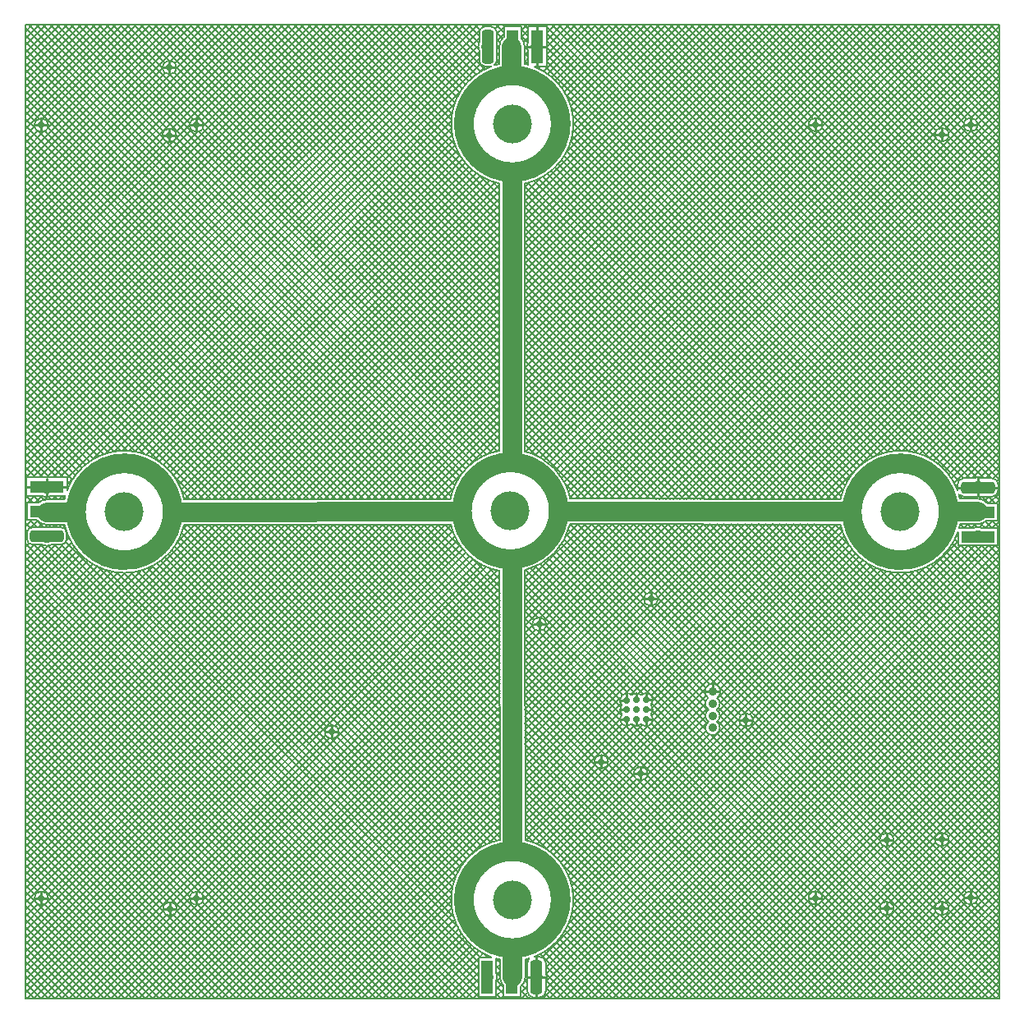
<source format=gbl>
G04*
G04 #@! TF.GenerationSoftware,Altium Limited,Altium Designer,21.0.9 (235)*
G04*
G04 Layer_Physical_Order=2*
G04 Layer_Color=16711680*
%FSLAX44Y44*%
%MOMM*%
G71*
G04*
G04 #@! TF.SameCoordinates,AA81A0FA-95E4-4F73-B0ED-74EEBE05634C*
G04*
G04*
G04 #@! TF.FilePolarity,Positive*
G04*
G01*
G75*
%ADD12C,0.2540*%
G04:AMPARAMS|DCode=23|XSize=1.2mm|YSize=3.5mm|CornerRadius=0.3mm|HoleSize=0mm|Usage=FLASHONLY|Rotation=0.000|XOffset=0mm|YOffset=0mm|HoleType=Round|Shape=RoundedRectangle|*
%AMROUNDEDRECTD23*
21,1,1.2000,2.9000,0,0,0.0*
21,1,0.6000,3.5000,0,0,0.0*
1,1,0.6000,0.3000,-1.4500*
1,1,0.6000,-0.3000,-1.4500*
1,1,0.6000,-0.3000,1.4500*
1,1,0.6000,0.3000,1.4500*
%
%ADD23ROUNDEDRECTD23*%
%ADD24R,1.2000X3.5000*%
G04:AMPARAMS|DCode=26|XSize=1.2mm|YSize=3.5mm|CornerRadius=0.3mm|HoleSize=0mm|Usage=FLASHONLY|Rotation=270.000|XOffset=0mm|YOffset=0mm|HoleType=Round|Shape=RoundedRectangle|*
%AMROUNDEDRECTD26*
21,1,1.2000,2.9000,0,0,270.0*
21,1,0.6000,3.5000,0,0,270.0*
1,1,0.6000,-1.4500,-0.3000*
1,1,0.6000,-1.4500,0.3000*
1,1,0.6000,1.4500,0.3000*
1,1,0.6000,1.4500,-0.3000*
%
%ADD26ROUNDEDRECTD26*%
%ADD27R,3.5000X1.2000*%
%ADD55C,0.2032*%
%ADD56C,2.0000*%
%ADD57C,4.0000*%
%ADD59C,0.7000*%
%ADD60C,1.2700*%
%ADD61C,0.9000*%
D12*
X972500Y899000D02*
X978540D01*
X979984Y524998D02*
X1000024D01*
X979984Y516458D02*
Y524998D01*
Y516912D02*
Y525802D01*
Y524998D02*
Y533538D01*
Y525802D02*
Y534692D01*
X959944Y524998D02*
X979984D01*
X966460Y899000D02*
X972500D01*
Y892960D02*
Y899000D01*
Y905040D01*
X812827Y899018D02*
X818867D01*
X812827Y892978D02*
Y899018D01*
X806787D02*
X812827D01*
Y905058D01*
X943132Y888765D02*
Y894805D01*
Y888765D02*
X949172D01*
X937092D02*
X943132D01*
Y882725D02*
Y888765D01*
X525802Y979722D02*
X534342D01*
X524998D02*
X533888D01*
X525802D02*
Y999762D01*
Y959682D02*
Y979722D01*
X517262D02*
X525802D01*
X516108D02*
X524998D01*
X642922Y410000D02*
X648962D01*
X642922D02*
Y416040D01*
Y403960D02*
Y410000D01*
X636882D02*
X642922D01*
X527789Y384000D02*
Y390040D01*
Y384000D02*
X533829D01*
X521749D02*
X527789D01*
Y377960D02*
Y384000D01*
X943000Y162000D02*
X949040D01*
X943000Y155960D02*
Y162000D01*
X972494Y101868D02*
Y107908D01*
X966453Y101868D02*
X972494D01*
X943000Y162000D02*
Y168040D01*
X936960Y162000D02*
X943000D01*
X972494Y101868D02*
X978533D01*
X972494Y95828D02*
Y101868D01*
X943000Y91000D02*
X949040D01*
X943000D02*
Y97040D01*
X936960Y91000D02*
X943000D01*
Y84960D02*
Y91000D01*
X886044Y161764D02*
Y167804D01*
X880004Y161764D02*
X886044D01*
X892084D01*
X886044Y155724D02*
Y161764D01*
X886000Y91000D02*
X892040D01*
X886000D02*
Y97040D01*
Y84960D02*
Y91000D01*
X879960D02*
X886000D01*
X706500Y314650D02*
Y321690D01*
X699460Y314650D02*
X706500D01*
X713540D01*
X628000Y306000D02*
Y312040D01*
X638000Y305900D02*
Y311940D01*
X618125Y305775D02*
Y311815D01*
X638000Y305900D02*
X644040D01*
X612085Y305775D02*
X618125D01*
X611960Y296000D02*
X618000D01*
X638000D02*
X644040D01*
X741000Y285275D02*
Y291315D01*
Y285275D02*
X747040D01*
X734960D02*
X741000D01*
Y279235D02*
Y285275D01*
X611960Y286000D02*
X618000D01*
X638000D02*
X644040D01*
X638000Y279960D02*
Y286000D01*
X628000Y279960D02*
Y286000D01*
X618000Y279960D02*
Y286000D01*
X812500Y101750D02*
Y107790D01*
X806460Y101750D02*
X812500D01*
X818540D01*
X812500Y95710D02*
Y101750D01*
X632500Y230000D02*
X638540D01*
X591879Y242242D02*
X597919D01*
X591879Y236202D02*
Y242242D01*
Y248282D01*
X585839Y242242D02*
X591879D01*
X632500Y230000D02*
Y236040D01*
X626460Y230000D02*
X632500D01*
Y223960D02*
Y230000D01*
X524999Y20278D02*
X533539D01*
X525802D02*
X534692D01*
X516912D02*
X525802D01*
X524999D02*
Y40318D01*
X516459Y20278D02*
X524999D01*
Y238D02*
Y20278D01*
X146530Y958063D02*
X152570D01*
X146530D02*
Y964103D01*
Y952023D02*
Y958063D01*
X140490D02*
X146530D01*
X174500Y898531D02*
Y904571D01*
X168460Y898531D02*
X174500D01*
X180540D01*
X174500Y892491D02*
Y898531D01*
X146530Y888000D02*
X152570D01*
X146530Y881960D02*
Y888000D01*
X14500Y898531D02*
X20540D01*
X14500Y892491D02*
Y898531D01*
X146530Y888000D02*
Y894040D01*
X140490Y888000D02*
X146530D01*
X14500Y898531D02*
Y904571D01*
X8460Y898531D02*
X14500D01*
X20016Y525801D02*
X40056D01*
X20016D02*
Y534341D01*
Y517261D02*
Y525801D01*
Y524998D02*
Y533888D01*
Y516108D02*
Y524998D01*
X-24Y525801D02*
X20016D01*
X314000Y273000D02*
Y279040D01*
X307960Y273000D02*
X314000D01*
X320040D01*
X314000Y266960D02*
Y273000D01*
X174500Y101500D02*
Y107540D01*
X168460Y101500D02*
X174500D01*
X180540D01*
X174500Y95460D02*
Y101500D01*
X147000Y90500D02*
X153040D01*
X14500Y101500D02*
Y107540D01*
X8460Y101500D02*
X14500D01*
X20540D01*
X14500Y95460D02*
Y101500D01*
X147000Y90500D02*
Y96540D01*
X140960Y90500D02*
X147000D01*
Y84460D02*
Y90500D01*
D23*
X524999Y20278D02*
D03*
X475001Y979722D02*
D03*
D24*
X499599Y20278D02*
D03*
X474198D02*
D03*
X500401Y979722D02*
D03*
X525802D02*
D03*
D26*
X20016Y475001D02*
D03*
X979984Y524998D02*
D03*
D27*
X20016Y525801D02*
D03*
Y500401D02*
D03*
X979984Y474198D02*
D03*
Y499598D02*
D03*
D55*
X979556Y899000D02*
G03*
X979556Y899000I-7056J0D01*
G01*
X1001040Y527998D02*
G03*
X994484Y534554I-6556J0D01*
G01*
Y515442D02*
G03*
X1001040Y521998I0J6556D01*
G01*
X990083Y508614D02*
G03*
X979984Y513418I-10099J-8212D01*
G01*
Y487386D02*
G03*
X988527Y490582I0J13016D01*
G01*
X984488Y483214D02*
G03*
X975480Y483214I-4504J-8212D01*
G01*
X984625Y534554D02*
G03*
X975343Y534554I-4641J-8752D01*
G01*
X819883Y899018D02*
G03*
X819883Y899018I-7056J0D01*
G01*
X950188Y888765D02*
G03*
X950188Y888765I-7056J0D01*
G01*
X516245Y984362D02*
G03*
X516245Y975082I8752J-4640D01*
G01*
X563016Y900000D02*
G03*
X523008Y958666I-63016J0D01*
G01*
X960451Y517798D02*
G03*
X965484Y515442I5034J4201D01*
G01*
X961571Y513418D02*
G03*
X960451Y517798I-61571J-13418D01*
G01*
X965484Y534554D02*
G03*
X958928Y527998I0J-6556D01*
G01*
Y522327D02*
G03*
X838345Y513028I-58928J-22327D01*
G01*
X960739Y483214D02*
G03*
X961741Y487386I-60739J16786D01*
G01*
X838340Y486996D02*
G03*
X959468Y479154I61660J13004D01*
G01*
X649978Y410000D02*
G03*
X649978Y410000I-7056J0D01*
G01*
X559788Y513381D02*
G03*
X513016Y562201I-61788J-12381D01*
G01*
X534846Y384000D02*
G03*
X534846Y384000I-7056J0D01*
G01*
X513028Y439802D02*
G03*
X559520Y487349I-15028J61198D01*
G01*
X979549Y101868D02*
G03*
X979549Y101868I-7056J0D01*
G01*
X950056Y162000D02*
G03*
X950056Y162000I-7056J0D01*
G01*
Y91000D02*
G03*
X950056Y91000I-7056J0D01*
G01*
X893100Y161764D02*
G03*
X893100Y161764I-7056J0D01*
G01*
X893056Y91000D02*
G03*
X893056Y91000I-7056J0D01*
G01*
X714556Y314650D02*
G03*
X701861Y308064I-8056J0D01*
G01*
X711139D02*
G03*
X714556Y314650I-4639J6586D01*
G01*
X714016Y302150D02*
G03*
X711139Y308064I-7516J0D01*
G01*
X710675Y295900D02*
G03*
X714016Y302150I-4175J6250D01*
G01*
X645056Y305900D02*
G03*
X633050Y310928I-7056J0D01*
G01*
X701861Y308064D02*
G03*
X702325Y295900I4639J-5914D01*
G01*
X633050Y310928D02*
G03*
X622948Y310926I-5050J-4928D01*
G01*
X622948D02*
G03*
X612974Y300953I-4823J-5151D01*
G01*
X643028Y300950D02*
G03*
X645056Y305900I-5028J4950D01*
G01*
X645056Y296000D02*
G03*
X643028Y300950I-7056J0D01*
G01*
X748056Y285275D02*
G03*
X748056Y285275I-7056J0D01*
G01*
X714016Y289650D02*
G03*
X710675Y295900I-7516J0D01*
G01*
X702325D02*
G03*
X702325Y283400I4175J-6250D01*
G01*
X714016Y277150D02*
G03*
X710675Y283400I-7516J0D01*
G01*
D02*
G03*
X714016Y289650I-4175J6250D01*
G01*
X702325Y283400D02*
G03*
X714016Y277150I4175J-6250D01*
G01*
X645056Y286000D02*
G03*
X642979Y291000I-7056J0D01*
G01*
D02*
G03*
X645056Y296000I-4979J5000D01*
G01*
X612974Y300953D02*
G03*
X613021Y291000I5026J-4953D01*
G01*
D02*
G03*
X623000Y281021I4979J-5000D01*
G01*
X633000Y281021D02*
G03*
X645056Y286000I5000J4979D01*
G01*
X623000Y281021D02*
G03*
X633000Y281021I5000J4979D01*
G01*
X639556Y230000D02*
G03*
X639556Y230000I-7056J0D01*
G01*
X819556Y101750D02*
G03*
X819556Y101750I-7056J0D01*
G01*
X598935Y242242D02*
G03*
X598935Y242242I-7056J0D01*
G01*
X534554Y15638D02*
G03*
X535708Y20278I-8752J4640D01*
G01*
D02*
G03*
X534554Y24918I-9906J0D01*
G01*
X563016Y100000D02*
G03*
X513403Y161574I-63016J0D01*
G01*
X534554Y34778D02*
G03*
X527999Y41334I-6556J0D01*
G01*
X523008D02*
G03*
X563016Y100000I-23008J58666D01*
G01*
X517375Y39427D02*
G03*
X515443Y34778I4623J-4648D01*
G01*
X513418Y38429D02*
G03*
X517375Y39427I-13418J61571D01*
G01*
X527999Y-778D02*
G03*
X534554Y5778I0J6556D01*
G01*
X515443D02*
G03*
X521998Y-778I6556J0D01*
G01*
X472001Y1000238D02*
G03*
X465985Y994222I0J-6016D01*
G01*
X484017D02*
G03*
X478002Y1000238I-6016J0D01*
G01*
X512652Y979683D02*
G03*
X509417Y988270I-13016J0D01*
G01*
X512652Y979683D02*
G03*
X509417Y988270I-13016J0D01*
G01*
X491385Y989820D02*
G03*
X486620Y978721I8212J-10098D01*
G01*
X513016Y838343D02*
G03*
X563016Y900000I-13016J61657D01*
G01*
X516245Y960886D02*
G03*
X512652Y961733I-16245J-60886D01*
G01*
X478470Y959224D02*
G03*
X486984Y838343I21530J-59224D01*
G01*
X486620Y961579D02*
G03*
X481262Y960165I13380J-61579D01*
G01*
X465985Y984225D02*
G03*
X465985Y975218I8212J-4504D01*
G01*
X481262Y960165D02*
G03*
X484017Y965222I-3260J5056D01*
G01*
X465985D02*
G03*
X472001Y959206I6016J0D01*
G01*
X486984Y563046D02*
G03*
X436138Y513003I11016J-62046D01*
G01*
X153586Y958063D02*
G03*
X153586Y958063I-7056J0D01*
G01*
X181556Y898531D02*
G03*
X181556Y898531I-7056J0D01*
G01*
X21556D02*
G03*
X21556Y898531I-7056J0D01*
G01*
X153586Y888000D02*
G03*
X153586Y888000I-7056J0D01*
G01*
X15376Y516245D02*
G03*
X24656Y516245I4640J8752D01*
G01*
X436565Y486971D02*
G03*
X486997Y438952I61435J14029D01*
G01*
X508615Y10180D02*
G03*
X513418Y20278I-8212J10098D01*
G01*
X487386D02*
G03*
X490583Y11735I13016J0D01*
G01*
X484368Y20278D02*
G03*
X483214Y24782I-9366J0D01*
G01*
Y15775D02*
G03*
X484368Y20278I-8212J4504D01*
G01*
X483214Y39261D02*
G03*
X487386Y38259I16786J60739D01*
G01*
X487371Y161737D02*
G03*
X478420Y40794I12629J-61737D01*
G01*
X161737Y512630D02*
G03*
X41072Y522327I-61737J-12629D01*
G01*
X39114Y516245D02*
G03*
X38259Y512614I60886J-16245D01*
G01*
X20016D02*
G03*
X11473Y509417I0J-13016D01*
G01*
X9918Y491385D02*
G03*
X20016Y486582I10098J8212D01*
G01*
X38429D02*
G03*
X161574Y486597I61571J13418D01*
G01*
X40532Y478001D02*
G03*
X34516Y484017I-6016J0D01*
G01*
Y465985D02*
G03*
X40532Y472001I0J6016D01*
G01*
X5516Y484017D02*
G03*
X-500Y478001I0J-6016D01*
G01*
X15512Y465985D02*
G03*
X24520Y465985I4504J8212D01*
G01*
X-500Y472001D02*
G03*
X5516Y465985I6016J0D01*
G01*
X321056Y273000D02*
G03*
X321056Y273000I-7056J0D01*
G01*
X181556Y101500D02*
G03*
X181556Y101500I-7056J0D01*
G01*
X154056Y90500D02*
G03*
X154056Y90500I-7056J0D01*
G01*
X21556Y101500D02*
G03*
X21556Y101500I-7056J0D01*
G01*
X914151Y1002000D02*
X1002000Y914151D01*
X921335Y1002000D02*
X1002000Y921335D01*
X939529Y894831D02*
X1002000Y957302D01*
X906967Y1002000D02*
X1002000Y906967D01*
X892598Y1002000D02*
X1002000Y892598D01*
X899782Y1002000D02*
X1002000Y899782D01*
X885414Y1002000D02*
X1002000Y885414D01*
X979556Y898937D02*
X1002000Y921381D01*
X977457Y904022D02*
X1002000Y928565D01*
X978202Y894844D02*
X1002000Y871046D01*
X979282Y900948D02*
X1002000Y878230D01*
X946722Y894840D02*
X1002000Y950118D01*
X972304Y906053D02*
X1002000Y935750D01*
X949883Y890817D02*
X1002000Y942934D01*
X993177Y1002000D02*
X1002000Y993177D01*
X1000361Y1002000D02*
X1002000Y1000361D01*
X978809Y1002000D02*
X1002000Y978809D01*
X985993Y1002000D02*
X1002000Y985993D01*
X964440Y1002000D02*
X1002000Y964440D01*
X971625Y1002000D02*
X1002000Y971625D01*
X957256Y1002000D02*
X1002000Y957256D01*
X950072Y1002000D02*
X1002000Y950072D01*
X935704Y1002000D02*
X1002000Y935704D01*
X942888Y1002000D02*
X1002000Y942888D01*
X928519Y1002000D02*
X1002000Y928519D01*
X763282Y1002000D02*
X1002000Y763282D01*
X770467Y1002000D02*
X1002000Y770467D01*
X748914Y1002000D02*
X1002000Y748914D01*
X756098Y1002000D02*
X1002000Y756098D01*
X734546Y1002000D02*
X1002000Y734546D01*
X741730Y1002000D02*
X1002000Y741730D01*
X727361Y1002000D02*
X1002000Y727361D01*
X815372Y892437D02*
X1002000Y705809D01*
X819136Y895857D02*
X1002000Y712993D01*
X737459Y513156D02*
X1002000Y777697D01*
X730284Y513165D02*
X1002000Y784881D01*
X715934Y513183D02*
X1002000Y799249D01*
X720177Y1002000D02*
X1002000Y720177D01*
X723109Y513174D02*
X1002000Y792065D01*
X849493Y1002000D02*
X1002000Y849493D01*
X856677Y1002000D02*
X1002000Y856677D01*
X813572Y1002000D02*
X1002000Y813572D01*
X842309Y1002000D02*
X1002000Y842309D01*
X799203Y1002000D02*
X1002000Y799203D01*
X806388Y1002000D02*
X1002000Y806388D01*
X792019Y1002000D02*
X1002000Y792019D01*
X949996Y887129D02*
X1002000Y835125D01*
X973797Y892064D02*
X1002000Y863861D01*
X947047Y882894D02*
X1002000Y827940D01*
X784835Y1002000D02*
X1002000Y784835D01*
X940563Y882193D02*
X1002000Y820756D01*
X777651Y1002000D02*
X1002000Y777651D01*
X619598Y1002000D02*
X1002000Y619598D01*
X626782Y1002000D02*
X1002000Y626782D01*
X605230Y1002000D02*
X1002000Y605230D01*
X612414Y1002000D02*
X1002000Y612414D01*
X590861Y1002000D02*
X1002000Y590861D01*
X598046Y1002000D02*
X1002000Y598046D01*
X583677Y1002000D02*
X1002000Y583677D01*
X569309Y1002000D02*
X1002000Y569309D01*
X576493Y1002000D02*
X1002000Y576493D01*
X554940Y1002000D02*
X1002000Y554940D01*
X562124Y1002000D02*
X1002000Y562124D01*
X544796Y543204D02*
X1002000Y1000407D01*
X547756Y1002000D02*
X1002000Y547756D01*
X544796Y543204D02*
X1002000Y1000407D01*
X691440Y1002000D02*
X1002000Y691440D01*
X698624Y1002000D02*
X1002000Y698624D01*
X677072Y1002000D02*
X1002000Y677072D01*
X684256Y1002000D02*
X1002000Y684256D01*
X537402Y550178D02*
X989224Y1002000D01*
X533265Y553225D02*
X982040Y1002000D01*
X541244Y546836D02*
X996408Y1002000D01*
X662703D02*
X1002000Y662703D01*
X669888Y1002000D02*
X1002000Y669888D01*
X655519Y1002000D02*
X1002000Y655519D01*
X641151Y1002000D02*
X1002000Y641151D01*
X648335Y1002000D02*
X1002000Y648335D01*
X633967Y1002000D02*
X1002000Y633967D01*
X651357Y513265D02*
X1002000Y863907D01*
X644182Y513274D02*
X1002000Y871092D01*
X665708Y513247D02*
X1002000Y849539D01*
X658532Y513256D02*
X1002000Y856723D01*
X629832Y513292D02*
X1002000Y885460D01*
X622657Y513301D02*
X1002000Y892644D01*
X637007Y513283D02*
X1002000Y878276D01*
X701583Y513201D02*
X1002000Y813618D01*
X694408Y513210D02*
X1002000Y820802D01*
X708758Y513192D02*
X1002000Y806434D01*
X680058Y513228D02*
X1002000Y835171D01*
X672883Y513238D02*
X1002000Y842355D01*
X687233Y513219D02*
X1002000Y827986D01*
X548057Y539280D02*
X1002000Y993223D01*
X540572Y1002000D02*
X1002000Y540572D01*
X553671Y530526D02*
X1002000Y978855D01*
X551019Y535058D02*
X1002000Y986039D01*
X535358Y992846D02*
X993649Y534554D01*
X535358Y985662D02*
X986465Y534554D01*
X535358Y1000030D02*
X1002000Y533388D01*
X608307Y513319D02*
X1002000Y907013D01*
X601132Y513328D02*
X1002000Y914197D01*
X615482Y513310D02*
X1002000Y899828D01*
X555990Y525661D02*
X1002000Y971671D01*
X535358Y978477D02*
X978275Y535560D01*
X557945Y520432D02*
X1002000Y964486D01*
X1000042Y531475D02*
X1002000Y533434D01*
X995802Y534420D02*
X1002000Y540618D01*
X1001040Y527163D02*
X1002000Y526203D01*
X1001040Y521998D02*
Y527998D01*
X988752Y534554D02*
X1002000Y547802D01*
X982418Y535405D02*
X1002000Y554986D01*
X1000795Y520224D02*
X1002000Y519019D01*
X1001040Y525289D02*
X1002000Y526250D01*
X1000500Y506151D02*
X1002000Y504651D01*
X998733Y508614D02*
X1002000Y511881D01*
X997603Y516232D02*
X1002000Y511835D01*
X991549Y508614D02*
X1002000Y519065D01*
X984625Y534554D02*
X994484D01*
X976840Y515442D02*
X978864Y513418D01*
X990083Y508614D02*
X1000500D01*
X987071Y511320D02*
X991193Y515442D01*
X991209D02*
X998037Y508614D01*
X981850Y513284D02*
X984008Y515442D01*
X984024D02*
X990852Y508614D01*
X1000500Y481644D02*
X1002000Y483144D01*
X1000500Y491782D02*
X1002000Y490282D01*
X1000500Y474460D02*
X1002000Y475960D01*
X1000500Y477414D02*
X1002000Y475914D01*
X994886Y483214D02*
X1002000Y490328D01*
X1000500Y496013D02*
X1002000Y497513D01*
X994516Y490582D02*
X1002000Y483098D01*
X1000500Y467276D02*
X1002000Y468776D01*
X1000500Y470230D02*
X1002000Y468730D01*
X998363Y465182D02*
X1002000Y461545D01*
X983995Y465182D02*
X1002000Y447177D01*
X991179Y465182D02*
X1002000Y454361D01*
X976811Y465182D02*
X1002000Y439993D01*
X1000500Y498967D02*
X1002000Y497467D01*
X1000500Y503197D02*
X1002000Y504697D01*
X1000500Y490582D02*
Y508614D01*
X988527Y490582D02*
X1000500D01*
X987702Y483214D02*
X995070Y490582D01*
X987868Y490046D02*
X994700Y483214D01*
X984488D02*
X1000500D01*
X982991Y487739D02*
X987516Y483214D01*
X1000500Y465182D02*
Y483214D01*
X981541Y484238D02*
X986356Y489053D01*
X976159Y487386D02*
X979209Y484336D01*
X939021Y549481D02*
X1002000Y612460D01*
X934855Y552499D02*
X1002000Y619644D01*
X773335Y513111D02*
X1002000Y741776D01*
X766160Y513120D02*
X1002000Y748960D01*
X751809Y513138D02*
X1002000Y763328D01*
X744634Y513147D02*
X1002000Y770513D01*
X758984Y513129D02*
X1002000Y756144D01*
X974384Y534554D02*
X1002000Y562170D01*
X967199Y534554D02*
X1002000Y569355D01*
X955432Y529971D02*
X1002000Y576539D01*
X952750Y534473D02*
X1002000Y583723D01*
X946470Y542562D02*
X1002000Y598092D01*
X942891Y546167D02*
X1002000Y605276D01*
X949759Y538666D02*
X1002000Y590907D01*
X908829Y562394D02*
X1002000Y655565D01*
X902227Y562977D02*
X1002000Y662749D01*
X920419Y559616D02*
X1002000Y641197D01*
X914858Y561239D02*
X1002000Y648381D01*
X886417Y561535D02*
X1002000Y677118D01*
X894873Y562807D02*
X1002000Y669934D01*
X875940Y558242D02*
X1002000Y684302D01*
X965484Y515442D02*
X994484D01*
X961571Y513418D02*
X979984D01*
X930381Y555209D02*
X1002000Y626828D01*
X925579Y557591D02*
X1002000Y634013D01*
X947491Y458580D02*
X1002000Y404072D01*
X950691Y462565D02*
X1002000Y411256D01*
X940217Y451486D02*
X1002000Y389703D01*
X943999Y454888D02*
X1002000Y396888D01*
X931761Y445574D02*
X1002000Y375335D01*
X936141Y448378D02*
X1002000Y382519D01*
X927061Y443090D02*
X1002000Y368151D01*
X916579Y439204D02*
X1002000Y353782D01*
X922013Y440954D02*
X1002000Y360967D01*
X910699Y437899D02*
X1002000Y346598D01*
X897183Y437047D02*
X1002000Y332230D01*
X904284Y437130D02*
X1002000Y339414D01*
X889114Y437931D02*
X1002000Y325046D01*
X809210Y513065D02*
X1002000Y705855D01*
X802035Y513074D02*
X1002000Y713039D01*
X823561Y513047D02*
X1002000Y691486D01*
X816385Y513056D02*
X1002000Y698671D01*
X787685Y513092D02*
X1002000Y727407D01*
X780510Y513101D02*
X1002000Y734592D01*
X794860Y513083D02*
X1002000Y720223D01*
X969626Y465182D02*
X1002000Y432809D01*
X973333Y483214D02*
X977505Y487386D01*
X962442Y465182D02*
X1002000Y425625D01*
X959468Y465182D02*
X1000500D01*
X961741Y487386D02*
X979984D01*
X953591Y466849D02*
X1002000Y418440D01*
X871046Y1002000D02*
X968344Y904702D01*
X863861Y1002000D02*
X965564Y900297D01*
X835125Y1002000D02*
X941496Y895628D01*
X827940Y1002000D02*
X937262Y892679D01*
X818541Y903159D02*
X917382Y1002000D01*
X814147Y905949D02*
X910198Y1002000D01*
X819598Y897032D02*
X924566Y1002000D01*
X878230D02*
X974448Y905782D01*
X558535Y923337D02*
X637198Y1002000D01*
X556307Y928294D02*
X630014Y1002000D01*
X561814Y912248D02*
X651566Y1002000D01*
X560388Y918007D02*
X644382Y1002000D01*
X550856Y937211D02*
X615645Y1002000D01*
X547672Y941211D02*
X608461Y1002000D01*
X553740Y932910D02*
X622829Y1002000D01*
X712993D02*
X809667Y905326D01*
X705809Y1002000D02*
X806246Y901562D01*
X562732Y905981D02*
X658750Y1002000D01*
X563009Y899075D02*
X665935Y1002000D01*
X820756D02*
X936561Y886196D01*
X586781Y513346D02*
X967478Y894043D01*
X559488Y514791D02*
X937066Y892368D01*
X555781Y929317D02*
X929317Y555781D01*
X579606Y513356D02*
X965447Y899196D01*
X572431Y513365D02*
X941080Y882014D01*
X565256Y513374D02*
X937057Y885175D01*
X593956Y513338D02*
X972563Y891944D01*
X563014Y900532D02*
X900532Y563014D01*
X562411Y891293D02*
X673119Y1002000D01*
X562473Y908257D02*
X908257Y562473D01*
X562697Y893665D02*
X893665Y562697D01*
X555333Y869846D02*
X687487Y1002000D01*
X560428Y882124D02*
X680303Y1002000D01*
X560587Y917327D02*
X917327Y560587D01*
X561749Y887428D02*
X887428Y561749D01*
X560299Y881694D02*
X881694Y560299D01*
X558424Y876385D02*
X876385Y558424D01*
X556176Y871448D02*
X871448Y556176D01*
X553591Y866849D02*
X866849Y553591D01*
X550691Y862565D02*
X862565Y550691D01*
X535358Y979186D02*
X558171Y1002000D01*
X535358Y986370D02*
X550987Y1002000D01*
X535358Y964818D02*
X572540Y1002000D01*
X535358Y972002D02*
X565356Y1002000D01*
X535358Y1000739D02*
X536619Y1002000D01*
X533388D02*
X534610Y1000778D01*
X535358Y993555D02*
X543803Y1002000D01*
X534610Y1000778D02*
X535358Y1000030D01*
X532007Y954283D02*
X579724Y1002000D01*
X535358Y958666D02*
Y1000778D01*
X516245D02*
X535358D01*
X523008Y958666D02*
X535358D01*
X526203Y1002000D02*
X527426Y1000778D01*
X521028D02*
X522250Y1002000D01*
X528212Y1000778D02*
X529435Y1002000D01*
X519019D02*
X520242Y1000778D01*
X516245Y984362D02*
Y1000778D01*
X527324Y956784D02*
X529205Y958666D01*
X526433D02*
X529317Y955781D01*
X516245Y960886D02*
Y975082D01*
X513016Y576081D02*
X938935Y1002000D01*
X513016Y655108D02*
X859908Y1002000D01*
X513407Y562104D02*
X953303Y1002000D01*
X513016Y568897D02*
X946119Y1002000D01*
X513016Y669476D02*
X845540Y1002000D01*
X513016Y676660D02*
X838356Y1002000D01*
X513016Y662292D02*
X852724Y1002000D01*
X535358Y971293D02*
X972097Y534554D01*
X535358Y964109D02*
X964935Y534531D01*
X533617Y958666D02*
X960287Y531995D01*
X524051Y558379D02*
X967672Y1002000D01*
X518927Y560440D02*
X960487Y1002000D01*
X528820Y555965D02*
X974856Y1002000D01*
X540429Y948337D02*
X594092Y1002000D01*
X536370Y951461D02*
X586908Y1002000D01*
X513016Y712581D02*
X802435Y1002000D01*
X544196Y944919D02*
X601277Y1002000D01*
X513016Y755687D02*
X759329Y1002000D01*
X513016Y770055D02*
X744961Y1002000D01*
X513016Y748503D02*
X766514Y1002000D01*
X513016Y597634D02*
X808687Y893305D01*
X513016Y590450D02*
X814813Y892247D01*
X513016Y683845D02*
X831171Y1002000D01*
X513016Y691029D02*
X823987Y1002000D01*
X513016Y604818D02*
X805896Y897698D01*
X965484Y534554D02*
X975343D01*
X958928Y522327D02*
Y527998D01*
X957784Y525139D02*
X958928Y526283D01*
X967616Y513418D02*
X969640Y515442D01*
X961361Y514347D02*
X962961Y515947D01*
X974800Y513418D02*
X976824Y515442D01*
X969656D02*
X971680Y513418D01*
X960587Y517327D02*
X964495Y513418D01*
X961348Y485597D02*
X963137Y487386D01*
X960739Y483214D02*
X975480D01*
X547491Y858580D02*
X858580Y547491D01*
X543999Y854888D02*
X854888Y543999D01*
X955781Y529317D02*
X958928Y526170D01*
X555078Y527704D02*
X569414Y513368D01*
X540217Y851486D02*
X851486Y540217D01*
X536141Y848378D02*
X848378Y536141D01*
X531761Y845574D02*
X845574Y531761D01*
X830736Y513038D02*
X841758Y524060D01*
X837911Y513029D02*
X838465Y513583D01*
X559788Y513381D02*
X838345Y513028D01*
X559520Y487349D02*
X838340Y486996D01*
X559074Y516524D02*
X562220Y513378D01*
X559129Y485694D02*
X560782Y487347D01*
X961791Y487386D02*
X965963Y483214D01*
X968975Y487386D02*
X973147Y483214D01*
X966149D02*
X970321Y487386D01*
X825665Y487012D02*
X847440Y465237D01*
X647142Y415655D02*
X718635Y487148D01*
X649875Y411203D02*
X725810Y487139D01*
X957776Y474841D02*
X959468Y476533D01*
X958424Y476385D02*
X959468Y475341D01*
Y465182D02*
Y479154D01*
X956177Y471448D02*
X959468Y468157D01*
X832858Y487003D02*
X840438Y479423D01*
X573899Y487331D02*
X644312Y416918D01*
X555220Y474601D02*
X567957Y487338D01*
X566706Y487340D02*
X638526Y415519D01*
X559518Y487343D02*
X635928Y410933D01*
X533467Y388190D02*
X632533Y487257D01*
X529037Y390945D02*
X625358Y487266D01*
X534594Y382133D02*
X639709Y487248D01*
X641127Y416824D02*
X711460Y487157D01*
X527061Y843090D02*
X843090Y527061D01*
X522013Y840954D02*
X840954Y522013D01*
X516578Y839204D02*
X839204Y516578D01*
X513016Y806845D02*
X806793Y513068D01*
X513016Y821214D02*
X821180Y513050D01*
X513016Y814029D02*
X813986Y513059D01*
X513016Y828398D02*
X828373Y513041D01*
X513016Y756556D02*
X756440Y513132D01*
X513016Y742187D02*
X742053Y513150D01*
X513016Y770924D02*
X770827Y513114D01*
X513016Y763740D02*
X763633Y513123D01*
X513016Y792477D02*
X792406Y513086D01*
X513016Y778109D02*
X778020Y513105D01*
X513016Y799661D02*
X799600Y513077D01*
X513016Y706266D02*
X706087Y513196D01*
X513016Y699082D02*
X698893Y513205D01*
X513016Y720635D02*
X720473Y513177D01*
X513016Y713450D02*
X713280Y513186D01*
X513016Y827529D02*
X530154Y844667D01*
X513016Y834713D02*
X517876Y839573D01*
X513016Y562201D02*
Y838343D01*
Y569766D02*
X524704Y558078D01*
X513016Y576950D02*
X576607Y513359D01*
X513016Y591319D02*
X590994Y513341D01*
X513016Y584135D02*
X583800Y513350D01*
X513016Y691898D02*
X691700Y513214D01*
X513077Y403721D02*
X596658Y487302D01*
X513067Y410896D02*
X589483Y487311D01*
X513096Y389372D02*
X611008Y487284D01*
X513087Y396547D02*
X603833Y487293D01*
X513016Y835582D02*
X835566Y513032D01*
X513048Y425245D02*
X575132Y487329D01*
X513058Y418070D02*
X582308Y487320D01*
X513173Y331976D02*
X668409Y487211D01*
X513164Y339150D02*
X661234Y487220D01*
X513183Y324801D02*
X675584Y487202D01*
X513144Y353499D02*
X646884Y487238D01*
X513106Y382198D02*
X618183Y487275D01*
X513154Y346325D02*
X654059Y487229D01*
X513086Y397277D02*
X522138Y388224D01*
X513095Y390083D02*
X520963Y382215D01*
X513038Y432420D02*
X524399Y443780D01*
X513076Y404470D02*
X526593Y390954D01*
X513125Y367849D02*
X523600Y378323D01*
X513116Y375023D02*
X520845Y382752D01*
X513135Y360674D02*
X529656Y377195D01*
X768118Y487085D02*
X1002000Y253203D01*
X775312Y487076D02*
X1002000Y260388D01*
X753732Y487103D02*
X1002000Y238835D01*
X760925Y487094D02*
X1002000Y246019D01*
X739345Y487122D02*
X1002000Y224466D01*
X746538Y487112D02*
X1002000Y231651D01*
X732152Y487131D02*
X1002000Y217282D01*
X818472Y487021D02*
X1002000Y303493D01*
X865237Y447440D02*
X1002000Y310677D01*
X804085Y487039D02*
X1002000Y289124D01*
X811278Y487030D02*
X1002000Y296309D01*
X789698Y487058D02*
X1002000Y274756D01*
X796892Y487049D02*
X1002000Y281940D01*
X782505Y487067D02*
X1002000Y267572D01*
X713980Y302887D02*
X861334Y450241D01*
X714086Y317362D02*
X853833Y457109D01*
X713921Y288460D02*
X870029Y444568D01*
X712480Y294203D02*
X865527Y447250D01*
X710923Y321383D02*
X850519Y460979D01*
X704902Y322546D02*
X847501Y465145D01*
X711589Y307681D02*
X857438Y453530D01*
X879423Y440438D02*
X1002000Y317861D01*
X745167Y290969D02*
X891727Y437529D01*
X747939Y286557D02*
X898387Y437005D01*
X739078Y292065D02*
X885653Y438639D01*
X713201Y280555D02*
X874861Y442216D01*
X712629Y272800D02*
X880054Y440224D01*
X667724Y-2000D02*
X1002000Y332276D01*
X660540Y-2000D02*
X1002000Y339460D01*
Y-2000D02*
Y1002000D01*
X674909Y-2000D02*
X1002000Y325092D01*
X649840Y411390D02*
X1002000Y59230D01*
X653025Y487231D02*
X1002000Y138256D01*
X653356Y-2000D02*
X1002000Y346644D01*
X818419Y105590D02*
X1002000Y289170D01*
X814235Y108589D02*
X1002000Y296355D01*
X714016Y289740D02*
X1002000Y1756D01*
X712835Y298105D02*
X1002000Y8940D01*
X689277Y-2000D02*
X1002000Y310723D01*
X682093Y-2000D02*
X1002000Y317907D01*
X696461Y-2000D02*
X1002000Y303539D01*
X696185Y487176D02*
X1002000Y181361D01*
X703379Y487167D02*
X1002000Y188545D01*
X681799Y487194D02*
X1002000Y166993D01*
X688992Y487185D02*
X1002000Y174177D01*
X667412Y487212D02*
X1002000Y152624D01*
X674605Y487203D02*
X1002000Y159809D01*
X660219Y487222D02*
X1002000Y145440D01*
X717765Y487149D02*
X1002000Y202914D01*
X724958Y487140D02*
X1002000Y210098D01*
X748011Y284482D02*
X937314Y95178D01*
X710572Y487158D02*
X1002000Y195730D01*
X648441Y405604D02*
X885268Y168777D01*
X712022Y284551D02*
X998573Y-2000D01*
X638639Y487249D02*
X1002000Y123888D01*
X624252Y487267D02*
X942482Y169037D01*
X602672Y487294D02*
X1002000Y87966D01*
X631445Y487258D02*
X1002000Y116703D01*
X595479Y487304D02*
X974027Y108755D01*
X588285Y487313D02*
X968161Y107437D01*
X581092Y487322D02*
X965513Y102900D01*
X645832Y487240D02*
X1002000Y131072D01*
X535170Y23499D02*
X976854Y465182D01*
X534554Y8515D02*
X991222Y465182D01*
X534620Y15764D02*
X984038Y465182D01*
X534202Y36899D02*
X962485Y465182D01*
X530817Y40698D02*
X959468Y469349D01*
X534554Y30067D02*
X969669Y465182D01*
X643733Y290114D02*
X838761Y485142D01*
X644687Y298252D02*
X833437Y487002D01*
X617059Y487276D02*
X937689Y166646D01*
X644751Y283948D02*
X840384Y479581D01*
X609865Y487285D02*
X935995Y161156D01*
X557985Y481692D02*
X879086Y160591D01*
X525579Y157591D02*
X842409Y474421D01*
X562747Y94180D02*
X905820Y437253D01*
X643855Y403006D02*
X880604Y166257D01*
X561348Y85597D02*
X914402Y438652D01*
X524164Y443672D02*
X879444Y88392D01*
X530381Y155209D02*
X844791Y469619D01*
X557776Y74841D02*
X925159Y442224D01*
X567145Y-2000D02*
X1002000Y432855D01*
X559961Y-2000D02*
X1002000Y440039D01*
X581514Y-2000D02*
X1002000Y418486D01*
X574329Y-2000D02*
X1002000Y425671D01*
X545593Y-2000D02*
X1002000Y454407D01*
X538408Y-2000D02*
X1002000Y461592D01*
X552777Y-2000D02*
X1002000Y447223D01*
X638987Y-2000D02*
X1002000Y361013D01*
X631803Y-2000D02*
X1002000Y368197D01*
X646172Y-2000D02*
X1002000Y353828D01*
X617435Y-2000D02*
X1002000Y382565D01*
X610251Y-2000D02*
X1002000Y389749D01*
X624619Y-2000D02*
X1002000Y375381D01*
X588698Y-2000D02*
X1002000Y411302D01*
X531224Y-2000D02*
X998406Y465182D01*
X603066Y-2000D02*
X1002000Y396934D01*
X595882Y-2000D02*
X1002000Y404118D01*
X513115Y375695D02*
X890810Y-2000D01*
X513124Y368501D02*
X883625Y-2000D01*
X519049Y441603D02*
X962652Y-2000D01*
X644202Y309266D02*
X955468Y-2000D01*
X644838Y294261D02*
X941099Y-2000D01*
X644996Y286919D02*
X933915Y-2000D01*
X513134Y361307D02*
X876441Y-2000D01*
X513173Y332532D02*
X847704Y-2000D01*
X644037Y302247D02*
X948283Y-2000D01*
X949475Y164804D02*
X1002000Y217328D01*
X945914Y168426D02*
X1002000Y224513D01*
X947646Y156689D02*
X1002000Y102335D01*
X950037Y161482D02*
X1002000Y109519D01*
X938857Y96712D02*
X1002000Y159855D01*
X892274Y165076D02*
X1002000Y274802D01*
X892582Y93542D02*
X1002000Y202960D01*
X977609Y106727D02*
X1002000Y131118D01*
X972621Y108923D02*
X1002000Y138302D01*
X979538Y101472D02*
X1002000Y123934D01*
X942156Y154995D02*
X1002000Y95151D01*
X946472Y97143D02*
X1002000Y152670D01*
X949707Y93193D02*
X1002000Y145486D01*
X919172Y-2000D02*
X1002000Y80828D01*
X911988Y-2000D02*
X1002000Y88013D01*
X933540Y-2000D02*
X1002000Y66460D01*
X926356Y-2000D02*
X1002000Y73644D01*
X897619Y-2000D02*
X1002000Y102381D01*
X890435Y-2000D02*
X1002000Y109565D01*
X904803Y-2000D02*
X1002000Y95197D01*
X991014Y-2000D02*
X1002000Y8986D01*
X983830Y-2000D02*
X1002000Y16170D01*
X998198Y-2000D02*
X1002000Y1802D01*
X969461Y-2000D02*
X1002000Y30539D01*
X962277Y-2000D02*
X1002000Y37723D01*
X976645Y-2000D02*
X1002000Y23355D01*
X978063Y97535D02*
X1002000Y73598D01*
X979381Y103401D02*
X1002000Y80782D01*
X949942Y89735D02*
X1002000Y37677D01*
X973526Y94888D02*
X1002000Y66414D01*
X893057Y160988D02*
X1002000Y52045D01*
X890537Y156324D02*
X1002000Y44861D01*
X947908Y-2000D02*
X1002000Y52091D01*
X947178Y85314D02*
X1002000Y30493D01*
X955093Y-2000D02*
X1002000Y44907D01*
X941105Y84203D02*
X1002000Y23309D01*
X892859Y89345D02*
X984204Y-2000D01*
X940724D02*
X1002000Y59276D01*
X889163Y97307D02*
X1002000Y210144D01*
X888421Y168407D02*
X1002000Y281986D01*
X804224Y-2000D02*
X1002000Y195776D01*
X768303Y-2000D02*
X1002000Y231697D01*
X739803Y278322D02*
X1002000Y16124D01*
X745482Y279826D02*
X936203Y89106D01*
X643341Y281389D02*
X926731Y-2000D01*
X884871Y154806D02*
X941735Y97942D01*
X815151Y95211D02*
X912362Y-2000D01*
X782672D02*
X940197Y155525D01*
X775488Y-2000D02*
X936574Y159086D01*
X811408Y-2000D02*
X1002000Y188591D01*
X711042Y271162D02*
X884345Y97859D01*
X818986Y98973D02*
X879401Y159387D01*
X705288Y269732D02*
X880120Y94900D01*
X789856Y-2000D02*
X879693Y87837D01*
X797040Y-2000D02*
X883458Y84418D01*
X753935Y-2000D02*
X1002000Y246065D01*
X746751Y-2000D02*
X1002000Y253249D01*
X818593Y-2000D02*
X1002000Y181407D01*
X761119Y-2000D02*
X1002000Y238881D01*
X732382Y-2000D02*
X1002000Y267618D01*
X713843Y275546D02*
X991388Y-2000D01*
X739566D02*
X1002000Y260434D01*
X883251Y-2000D02*
X1002000Y116749D01*
X883392Y84444D02*
X969836Y-2000D01*
X889900Y85120D02*
X977020Y-2000D01*
X832961D02*
X1002000Y167039D01*
X825777Y-2000D02*
X1002000Y174223D01*
X876066Y-2000D02*
X972889Y94823D01*
X636126Y223947D02*
X862073Y-2000D01*
X629035Y223853D02*
X854889Y-2000D01*
X725198D02*
X882732Y155534D01*
X639264Y227992D02*
X869257Y-2000D01*
X616975Y279019D02*
X897994Y-2000D01*
X598557Y239963D02*
X840520Y-2000D01*
X622561Y280617D02*
X905178Y-2000D01*
X861698D02*
X965439Y101741D01*
X854514Y-2000D02*
X940807Y84293D01*
X868882Y-2000D02*
X967634Y96752D01*
X840145Y-2000D02*
X937288Y95143D01*
X818857Y98689D02*
X919546Y-2000D01*
X847330D02*
X936857Y87528D01*
X642972Y310906D02*
X819087Y487020D01*
X637836Y312954D02*
X811912Y487030D01*
X645055Y305805D02*
X826262Y487011D01*
X630351Y312653D02*
X804737Y487039D01*
X615748Y312419D02*
X790386Y487057D01*
X622111Y311597D02*
X797561Y487048D01*
X712706Y319787D02*
X740206Y292287D01*
X713883Y311426D02*
X735551Y289758D01*
X713646Y304478D02*
X734046Y284078D01*
X638144Y234235D02*
X700969Y297061D01*
X639333Y228241D02*
X699154Y288061D01*
X633681Y236957D02*
X698985Y302261D01*
X556039Y476454D02*
X711637Y320855D01*
X553727Y471581D02*
X703276Y322033D01*
X513270Y260230D02*
X740160Y487120D01*
X513260Y267405D02*
X732985Y487130D01*
X513212Y303277D02*
X697110Y487175D01*
X513203Y310452D02*
X689934Y487184D01*
X513222Y296103D02*
X704285Y487166D01*
X551083Y467041D02*
X699495Y318629D01*
X548127Y462813D02*
X698867Y312073D01*
X541329Y455244D02*
X701401Y295172D01*
X544874Y458882D02*
X699335Y304421D01*
X533363Y448842D02*
X700512Y281692D01*
X537493Y451895D02*
X699019Y290370D01*
X528926Y446095D02*
X699082Y275938D01*
X513193Y317627D02*
X682759Y487193D01*
X513538Y439930D02*
X641366Y312101D01*
X513232Y288928D02*
X636098Y411795D01*
X513066Y411664D02*
X613568Y311162D01*
X513047Y426052D02*
X626261Y312838D01*
X513057Y418858D02*
X619160Y312755D01*
X513037Y433246D02*
X634347Y311937D01*
X532014Y378348D02*
X611535Y298827D01*
X534743Y382803D02*
X611101Y306445D01*
X526004Y377174D02*
X612617Y290561D01*
X513241Y281754D02*
X637267Y405780D01*
X513105Y382889D02*
X611019Y284975D01*
X513251Y274579D02*
X641719Y403047D01*
X513309Y231532D02*
X768861Y487084D01*
X513299Y238706D02*
X761686Y487093D01*
X513328Y217183D02*
X783211Y487066D01*
X513318Y224357D02*
X776036Y487075D01*
X513289Y245881D02*
X754511Y487102D01*
X513280Y253056D02*
X747336Y487111D01*
X513212Y303756D02*
X818968Y-2000D01*
X561361Y114347D02*
X734211Y287197D01*
X552750Y134473D02*
X701947Y283670D01*
X562471Y108273D02*
X735306Y281108D01*
X513221Y296562D02*
X811783Y-2000D01*
X513231Y289368D02*
X804599Y-2000D01*
X513241Y282174D02*
X797415Y-2000D01*
X513182Y325338D02*
X589600Y248920D01*
X513192Y318144D02*
X585695Y245641D01*
X534855Y152499D02*
X698604Y316248D01*
X513163Y339725D02*
X626353Y226535D01*
X513144Y354113D02*
X630493Y236764D01*
X513153Y346919D02*
X626447Y233626D01*
X513028Y439802D02*
X513403Y161574D01*
X513357Y195659D02*
X611347Y293649D01*
X513367Y188485D02*
X610944Y286062D01*
X539021Y149481D02*
X699767Y310227D01*
X513338Y210008D02*
X611482Y308152D01*
X513202Y310950D02*
X586679Y237472D01*
X513347Y202834D02*
X612303Y301789D01*
X638579Y278968D02*
X809439Y108108D01*
X630827Y279535D02*
X805961Y104401D01*
X562995Y101613D02*
X739719Y278337D01*
X557784Y125139D02*
X703095Y270450D01*
X555432Y129971D02*
X699609Y274148D01*
X559776Y119946D02*
X710851Y271021D01*
X549759Y138666D02*
X634259Y223167D01*
X598445Y244826D02*
X633886Y280267D01*
X595003Y248569D02*
X625748Y279313D01*
X546470Y142562D02*
X628265Y224356D01*
X542891Y146167D02*
X625544Y228819D01*
X534554Y24918D02*
Y34778D01*
X587109Y237042D02*
X826152Y-2000D01*
X562937Y103162D02*
X668099Y-2000D01*
X595277Y236058D02*
X833336Y-2000D01*
X703645D02*
X805660Y100015D01*
X551876Y135776D02*
X689652Y-2000D01*
X559385Y121083D02*
X682467Y-2000D01*
X561997Y111286D02*
X675283Y-2000D01*
X710829D02*
X808660Y95830D01*
X562891Y96024D02*
X660915Y-2000D01*
X718014D02*
X815277Y95264D01*
X560866Y83680D02*
X646546Y-2000D01*
X559135Y78227D02*
X639362Y-2000D01*
X562149Y89582D02*
X653731Y-2000D01*
X551757Y64053D02*
X617809Y-2000D01*
X548662Y59963D02*
X610625Y-2000D01*
X557015Y73162D02*
X632178Y-2000D01*
X554547Y68446D02*
X624994Y-2000D01*
X541595Y52662D02*
X596257Y-2000D01*
X537624Y49449D02*
X589073Y-2000D01*
X545274Y56167D02*
X603441Y-2000D01*
X534868Y16284D02*
X553152Y-2000D01*
X534554Y9413D02*
X545967Y-2000D01*
X535324Y23012D02*
X560336Y-2000D01*
X534554Y30965D02*
X567520Y-2000D01*
X514858Y161239D02*
X589295Y235676D01*
X513396Y166961D02*
X585552Y239118D01*
X520419Y159616D02*
X640052Y279249D01*
X513386Y174135D02*
X618197Y278947D01*
X513376Y181310D02*
X613044Y280978D01*
X513386Y174266D02*
X535776Y151876D01*
X534554Y5778D02*
Y15638D01*
X523008Y41334D02*
X527999D01*
X524269D02*
X525159Y42224D01*
X513418Y20278D02*
Y38429D01*
X513396Y167072D02*
X521083Y159385D01*
X513418Y37668D02*
X514403Y38652D01*
X513418Y23365D02*
X515443Y21341D01*
X513418Y23300D02*
X515443Y25324D01*
X513418Y37733D02*
X515501Y35651D01*
X513418Y30484D02*
X515443Y32508D01*
X513418Y30549D02*
X515443Y28525D01*
X513279Y253399D02*
X768678Y-2000D01*
X513289Y246205D02*
X761494Y-2000D01*
X513299Y239011D02*
X754309Y-2000D01*
X513308Y231817D02*
X747125Y-2000D01*
X513250Y274980D02*
X790231Y-2000D01*
X513260Y267787D02*
X783046Y-2000D01*
X513270Y260593D02*
X775862Y-2000D01*
X513347Y203041D02*
X718389Y-2000D01*
X513357Y195847D02*
X711204Y-2000D01*
X513366Y188654D02*
X704020Y-2000D01*
X513318Y224623D02*
X739941Y-2000D01*
X513328Y217429D02*
X732757Y-2000D01*
X513337Y210235D02*
X725573Y-2000D01*
X533354Y46535D02*
X581888Y-2000D01*
X528770Y43935D02*
X574704Y-2000D01*
X515443Y5778D02*
Y34778D01*
X513376Y181460D02*
X696836Y-2000D01*
X530048Y-449D02*
X531599Y-2000D01*
X524040D02*
X525262Y-778D01*
X533887Y2896D02*
X538783Y-2000D01*
X521998Y-778D02*
X527999D01*
X516856Y-2000D02*
X518872Y16D01*
X523192Y-778D02*
X524415Y-2000D01*
X504651Y1002000D02*
X506413Y1000238D01*
X498935D02*
X500698Y1002000D01*
X509417Y996351D02*
X515066Y1002000D01*
X506119Y1000238D02*
X507882Y1002000D01*
X491751Y1000238D02*
X493513Y1002000D01*
X490282D02*
X492045Y1000238D01*
X497467Y1002000D02*
X499229Y1000238D01*
X509417Y997233D02*
X516245Y990405D01*
X511835Y1002000D02*
X516245Y997590D01*
X511786Y984352D02*
X516245Y988811D01*
X509417Y989167D02*
X516245Y995995D01*
X509417Y988270D02*
Y1000238D01*
X491385D02*
X509417D01*
X484017Y985320D02*
X491385Y992688D01*
X477383Y1000238D02*
X479145Y1002000D01*
X475914D02*
X477676Y1000238D01*
X483098Y1002000D02*
X491385Y993713D01*
X482521Y998192D02*
X486329Y1002000D01*
X469769Y999808D02*
X471961Y1002000D01*
X468730D02*
X470647Y1000083D01*
X461545Y1002000D02*
X466625Y996921D01*
X491385Y989820D02*
Y1000238D01*
X484017Y992504D02*
X491385Y999872D01*
X484017Y993896D02*
X489718Y988196D01*
X472001Y1000238D02*
X478002D01*
X513016Y719766D02*
X795250Y1002000D01*
X513016Y726950D02*
X788066Y1002000D01*
X513016Y698213D02*
X816803Y1002000D01*
X513016Y705397D02*
X809619Y1002000D01*
X513016Y741318D02*
X773698Y1002000D01*
X513016Y762871D02*
X752145Y1002000D01*
X513016Y734134D02*
X780882Y1002000D01*
X513016Y619187D02*
X895829Y1002000D01*
X513016Y626371D02*
X888645Y1002000D01*
X513016Y583266D02*
X931750Y1002000D01*
X513016Y612002D02*
X903014Y1002000D01*
X513016Y640739D02*
X874277Y1002000D01*
X513016Y647924D02*
X867093Y1002000D01*
X513016Y633555D02*
X881461Y1002000D01*
X513016Y791608D02*
X723408Y1002000D01*
X513016Y798792D02*
X716224Y1002000D01*
X513016Y777239D02*
X737777Y1002000D01*
X513016Y784424D02*
X730592Y1002000D01*
X513016Y813160D02*
X701856Y1002000D01*
X513016Y820345D02*
X694671Y1002000D01*
X513016Y805976D02*
X709040Y1002000D01*
X509417Y990049D02*
X515878Y983589D01*
X465985Y984225D02*
Y994222D01*
X484017Y965222D02*
Y994222D01*
X281940Y1002000D02*
X486984Y796956D01*
X289124Y1002000D02*
X486984Y804140D01*
X267572Y1002000D02*
X486984Y782588D01*
X274756Y1002000D02*
X486984Y789772D01*
X253203Y1002000D02*
X486984Y768219D01*
X260388Y1002000D02*
X486984Y775404D01*
X246019Y1002000D02*
X486984Y761035D01*
X231651Y1002000D02*
X486984Y746667D01*
X238835Y1002000D02*
X486984Y753851D01*
X217282Y1002000D02*
X486984Y732298D01*
X224466Y1002000D02*
X486984Y739482D01*
X-2000Y1002000D02*
X1002000D01*
X210098D02*
X486984Y725114D01*
X202914Y1002000D02*
X486984Y717930D01*
X447177Y1002000D02*
X465643Y983534D01*
X439993Y1002000D02*
X465353Y976640D01*
X411256Y1002000D02*
X462565Y950691D01*
X404072Y1002000D02*
X458580Y947491D01*
X396888Y1002000D02*
X454888Y943999D01*
X389703Y1002000D02*
X451486Y940217D01*
X382519Y1002000D02*
X448378Y936141D01*
X432809Y1002000D02*
X465985Y968823D01*
X454361Y1002000D02*
X465985Y990376D01*
X425625Y1002000D02*
X471448Y956177D01*
X303493Y1002000D02*
X486984Y818509D01*
X418440Y1002000D02*
X466849Y953591D01*
X296309Y1002000D02*
X486984Y811325D01*
X174177Y1002000D02*
X486984Y689193D01*
X181361Y1002000D02*
X486984Y696377D01*
X159809Y1002000D02*
X486984Y674825D01*
X166993Y1002000D02*
X486984Y682009D01*
X145440Y1002000D02*
X486984Y660456D01*
X152624Y1002000D02*
X486984Y667640D01*
X138256Y1002000D02*
X486984Y653272D01*
X123888Y1002000D02*
X486984Y638904D01*
X131072Y1002000D02*
X486984Y646088D01*
X116703Y1002000D02*
X486984Y631719D01*
X59230Y1002000D02*
X486984Y574246D01*
X87966Y1002000D02*
X486984Y602982D01*
X52045Y1002000D02*
X486984Y567062D01*
X44861Y1002000D02*
X484343Y562518D01*
X16124Y1002000D02*
X464041Y554083D01*
X8940Y1002000D02*
X459813Y551127D01*
X1756Y1002000D02*
X455882Y547873D01*
X-2000Y542408D02*
X457592Y1002000D01*
X-2000Y549592D02*
X450408Y1002000D01*
X-2000Y535223D02*
X464777Y1002000D01*
X188545D02*
X486984Y703561D01*
X195730Y1002000D02*
X486984Y710746D01*
X12502Y535357D02*
X465985Y988840D01*
X-2000Y998573D02*
X452244Y544329D01*
X-2000Y991388D02*
X448895Y540493D01*
X5318Y535357D02*
X466415Y996454D01*
X512652Y970849D02*
X516245Y974443D01*
X512652Y979630D02*
X515555Y976728D01*
X512652Y972446D02*
X516245Y968853D01*
X512652Y961733D02*
Y979683D01*
X484017Y986712D02*
X487163Y983567D01*
X484017Y978136D02*
X486621Y980740D01*
X512652Y978033D02*
X515122Y980504D01*
X512652Y965262D02*
X516245Y961668D01*
X512652Y963665D02*
X516245Y967258D01*
X479423Y840438D02*
X486984Y832877D01*
X484017Y970951D02*
X486620Y973554D01*
X484017Y979528D02*
X486620Y976926D01*
Y961579D02*
Y978721D01*
X484017Y972344D02*
X486620Y969741D01*
X465985Y965222D02*
Y975218D01*
X483772Y963522D02*
X486620Y966370D01*
X484017Y965160D02*
X486620Y962557D01*
X475603Y959206D02*
X476385Y958424D01*
X472001Y959206D02*
X478002D01*
X466338Y953272D02*
X472272Y959206D01*
X513016Y677530D02*
X677314Y513232D01*
X513016Y670345D02*
X670120Y513241D01*
X513016Y727819D02*
X727667Y513168D01*
X513016Y684714D02*
X684507Y513223D01*
X513016Y749372D02*
X749247Y513141D01*
X513016Y735003D02*
X734860Y513159D01*
X513016Y785293D02*
X785213Y513096D01*
X513016Y634424D02*
X634154Y513287D01*
X513016Y627240D02*
X626960Y513296D01*
X513016Y641608D02*
X641347Y513278D01*
X513016Y655977D02*
X655733Y513259D01*
X513016Y648793D02*
X648540Y513268D01*
X513016Y663161D02*
X662927Y513250D01*
X513016Y605687D02*
X605380Y513323D01*
X513016Y598503D02*
X598187Y513332D01*
X513016Y620056D02*
X619767Y513305D01*
X513016Y612872D02*
X612574Y513314D01*
X486984Y563046D02*
Y838343D01*
X465237Y847440D02*
X486984Y825693D01*
X406792Y512963D02*
X486984Y593155D01*
X475083Y559701D02*
X486984Y571602D01*
X485286Y562720D02*
X486984Y564418D01*
X457347Y549150D02*
X486984Y578786D01*
X421180Y512982D02*
X449851Y541653D01*
X413986Y512972D02*
X486984Y585970D01*
X180435Y902347D02*
X486984Y595798D01*
X153585Y957934D02*
X486984Y624535D01*
X176614Y891800D02*
X486984Y581430D01*
X180605Y894993D02*
X486984Y588614D01*
X146133Y951018D02*
X486984Y610167D01*
X151389Y952946D02*
X486984Y617351D01*
X153378Y886299D02*
X478692Y560985D01*
X392404Y512943D02*
X486984Y607523D01*
X399598Y512953D02*
X486984Y600339D01*
X378016Y512924D02*
X486984Y621892D01*
X385210Y512933D02*
X486984Y614707D01*
X160389Y518007D02*
X481993Y839612D01*
X158535Y523338D02*
X476662Y841465D01*
X370822Y512914D02*
X486984Y629076D01*
X150396Y882097D02*
X473454Y559039D01*
X143826Y881483D02*
X468581Y556727D01*
X41072Y535190D02*
X467322Y961440D01*
X136370Y551461D02*
X448539Y863630D01*
X26871Y535357D02*
X465985Y974472D01*
X19687Y535357D02*
X464867Y980538D01*
X34055Y535357D02*
X465985Y967288D01*
X153740Y532910D02*
X467090Y846261D01*
X150856Y537211D02*
X462789Y849144D01*
X156307Y528294D02*
X471706Y843693D01*
X144196Y544919D02*
X455081Y855804D01*
X140429Y548337D02*
X451663Y859570D01*
X147672Y541211D02*
X458789Y852328D01*
X219748Y512708D02*
X486984Y779944D01*
X226942Y512718D02*
X486984Y772760D01*
X205360Y512689D02*
X486984Y794313D01*
X212554Y512699D02*
X486984Y787128D01*
X190972Y512669D02*
X486984Y808681D01*
X198166Y512679D02*
X486984Y801497D01*
X183778Y512659D02*
X486984Y815865D01*
X262912Y512767D02*
X486984Y736839D01*
X270106Y512777D02*
X486984Y729655D01*
X255718Y512757D02*
X486984Y744023D01*
X241330Y512738D02*
X486984Y758391D01*
X248524Y512747D02*
X486984Y751207D01*
X234136Y512728D02*
X486984Y765576D01*
X313270Y512836D02*
X486984Y686549D01*
X320464Y512845D02*
X486984Y679365D01*
X298882Y512816D02*
X486984Y700918D01*
X306076Y512826D02*
X486984Y693734D01*
X284494Y512796D02*
X486984Y715286D01*
X291688Y512806D02*
X486984Y708102D01*
X277300Y512787D02*
X486984Y722470D01*
X356434Y512894D02*
X486984Y643444D01*
X363628Y512904D02*
X486984Y636260D01*
X349240Y512884D02*
X486984Y650628D01*
X334852Y512865D02*
X486984Y664997D01*
X342046Y512875D02*
X486984Y657813D01*
X327658Y512855D02*
X486984Y672181D01*
X153396Y956435D02*
X198961Y1002000D01*
X152131Y962354D02*
X191777Y1002000D01*
X179499Y903512D02*
X277987Y1002000D01*
X174389Y905586D02*
X270803Y1002000D01*
X147626Y965033D02*
X184592Y1002000D01*
X73598D02*
X170962Y904636D01*
X80782Y1002000D02*
X178316Y904467D01*
X375335Y1002000D02*
X445574Y931761D01*
X368151Y1002000D02*
X443090Y927061D01*
X360967Y1002000D02*
X440954Y922013D01*
X353782Y1002000D02*
X439204Y916579D01*
X346598Y1002000D02*
X437899Y910699D01*
X339414Y1002000D02*
X437130Y904284D01*
X95151Y1002000D02*
X139485Y957665D01*
X-2000Y908802D02*
X91198Y1002000D01*
X20375Y902440D02*
X119934Y1002000D01*
X16143Y905393D02*
X112750Y1002000D01*
X-2000Y923171D02*
X76829Y1002000D01*
X-2000Y930355D02*
X69645Y1002000D01*
X-2000Y915987D02*
X84013Y1002000D01*
X109519D02*
X146402Y965118D01*
X102335Y1002000D02*
X141413Y962922D01*
X332230Y1002000D02*
X437047Y897183D01*
X-2000Y657355D02*
X342645Y1002000D01*
X-2000Y642987D02*
X357013Y1002000D01*
X-2000Y650171D02*
X349829Y1002000D01*
X-2000Y671723D02*
X328277Y1002000D01*
X-2000Y678908D02*
X321092Y1002000D01*
X-2000Y664539D02*
X335461Y1002000D01*
X317861D02*
X440438Y879423D01*
X325046Y1002000D02*
X437931Y889114D01*
X310677Y1002000D02*
X447440Y865237D01*
X80012Y559762D02*
X440238Y919987D01*
X89584Y562149D02*
X437851Y910416D01*
X66338Y553272D02*
X446728Y933662D01*
X66414Y1002000D02*
X167768Y900646D01*
X37677Y1002000D02*
X144829Y894848D01*
X149032Y894597D02*
X256434Y1002000D01*
X30493D02*
X140627Y891866D01*
X21066Y895947D02*
X127119Y1002000D01*
X-2000Y901618D02*
X98382Y1002000D01*
X23309D02*
X140013Y885296D01*
X181555Y898383D02*
X285171Y1002000D01*
X152819Y891200D02*
X263619Y1002000D01*
X-2000Y693276D02*
X306724Y1002000D01*
X-2000Y686092D02*
X313908Y1002000D01*
X-2000Y836960D02*
X163040Y1002000D01*
X-2000Y844145D02*
X155856Y1002000D01*
X-2000Y822592D02*
X177408Y1002000D01*
X-2000Y829776D02*
X170224Y1002000D01*
X-2000Y858513D02*
X141487Y1002000D01*
X-2000Y865697D02*
X134303Y1002000D01*
X-2000Y851329D02*
X148671Y1002000D01*
X-2000Y808223D02*
X142238Y952462D01*
X-2000Y815408D02*
X139560Y956967D01*
X-2000Y772302D02*
X227698Y1002000D01*
X-2000Y801039D02*
X148158Y951197D01*
X-2000Y786671D02*
X213329Y1002000D01*
X-2000Y793855D02*
X206145Y1002000D01*
X-2000Y779487D02*
X220513Y1002000D01*
X-2000Y966276D02*
X33724Y1002000D01*
X-2000Y973460D02*
X26540Y1002000D01*
X-2000Y951908D02*
X48092Y1002000D01*
X-2000Y959092D02*
X40908Y1002000D01*
X-2000Y987829D02*
X12171Y1002000D01*
X-2000Y995013D02*
X4987Y1002000D01*
X-2000Y980645D02*
X19355Y1002000D01*
X-2000Y919546D02*
X12308Y905238D01*
X-2000Y912362D02*
X8358Y902004D01*
X-2000Y905178D02*
X8785Y894393D01*
X-2000Y937539D02*
X62461Y1002000D01*
X-2000Y944724D02*
X55276Y1002000D01*
X-2000Y894434D02*
X105566Y1002000D01*
X-2000Y556776D02*
X443224Y1002000D01*
X-2000Y563960D02*
X436040Y1002000D01*
X-2000Y984204D02*
X445842Y536363D01*
X-2000Y977020D02*
X443094Y531926D01*
X-2000Y578329D02*
X421671Y1002000D01*
X-2000Y585513D02*
X414487Y1002000D01*
X-2000Y571144D02*
X428856Y1002000D01*
X-2000Y948283D02*
X433285Y512999D01*
X-2000Y941099D02*
X426110Y512989D01*
X-2000Y933915D02*
X418936Y512979D01*
X-2000Y969836D02*
X440672Y527164D01*
X-2000Y962652D02*
X438603Y522048D01*
X-2000Y955468D02*
X436930Y516538D01*
X-2000Y700460D02*
X299540Y1002000D01*
X-2000Y707645D02*
X292355Y1002000D01*
X-2000Y628618D02*
X371382Y1002000D01*
X-2000Y635802D02*
X364198Y1002000D01*
X-2000Y757934D02*
X242066Y1002000D01*
X-2000Y765118D02*
X234882Y1002000D01*
X-2000Y750750D02*
X249250Y1002000D01*
X-2000Y592697D02*
X407303Y1002000D01*
X-2000Y599881D02*
X400119Y1002000D01*
X-2000Y926731D02*
X411761Y512970D01*
X-2000Y614250D02*
X385750Y1002000D01*
X-2000Y621434D02*
X378566Y1002000D01*
X-2000Y607066D02*
X392934Y1002000D01*
X97589Y562970D02*
X437030Y902411D01*
X104647Y562844D02*
X437156Y895353D01*
X132007Y554283D02*
X445717Y867993D01*
X127324Y556784D02*
X443216Y872676D01*
X116883Y560712D02*
X439288Y883117D01*
X111030Y562043D02*
X437957Y888970D01*
X122296Y558940D02*
X441060Y877704D01*
X-2000Y617809D02*
X64053Y551757D01*
X-2000Y589073D02*
X49449Y537624D01*
X-2000Y574704D02*
X37347Y535357D01*
X-1040D02*
X41072D01*
X-2000Y610625D02*
X59963Y548662D01*
X-2000Y603441D02*
X56167Y545274D01*
X-2000Y596257D02*
X52662Y541595D01*
X41072Y528006D02*
X46728Y533662D01*
X41072Y531632D02*
X43935Y528770D01*
X21207Y896339D02*
X404587Y512960D01*
X41072Y522327D02*
Y535357D01*
X17973Y892389D02*
X397412Y512950D01*
X-2000Y581888D02*
X46535Y533354D01*
X10362Y892816D02*
X390238Y512940D01*
X435568Y513002D02*
X436280Y513714D01*
X41072Y524448D02*
X41671Y523849D01*
X428374Y512992D02*
X439299Y523917D01*
X24656Y516245D02*
X39114D01*
X34906D02*
X38307Y512845D01*
X-2000Y545967D02*
X8610Y535357D01*
X-2000Y538783D02*
X1426Y535357D01*
X-1040Y516245D02*
Y535357D01*
X-2000Y567520D02*
X30163Y535357D01*
X-2000Y560336D02*
X22978Y535357D01*
X-2000Y553152D02*
X15794Y535357D01*
X-1040Y516245D02*
X15376D01*
X-2000Y714829D02*
X174648Y891477D01*
X-2000Y743566D02*
X139932Y885498D01*
X-2000Y890810D02*
X375889Y512921D01*
X-2000Y883625D02*
X368714Y512911D01*
X-2000Y722013D02*
X169520Y893533D01*
X-2000Y729197D02*
X167445Y898642D01*
X-2000Y897994D02*
X383063Y512930D01*
X-2000Y668099D02*
X103162Y562937D01*
X-2000Y660915D02*
X96024Y562891D01*
X-2000Y675283D02*
X111286Y561997D01*
X-2000Y653731D02*
X89582Y562149D01*
X-2000Y736381D02*
X143330Y881711D01*
X-2000Y682467D02*
X121083Y559385D01*
X-2000Y689652D02*
X135776Y551876D01*
X-2000Y646546D02*
X83680Y560866D01*
X-2000Y639362D02*
X78227Y559135D01*
X-2000Y632178D02*
X73162Y557015D01*
X-2000Y624994D02*
X68446Y554547D01*
X-2000Y880066D02*
X10591Y892657D01*
X-2000Y887250D02*
X7638Y896888D01*
X-2000Y872881D02*
X17084Y891966D01*
X-2000Y517230D02*
X-1040Y516271D01*
X-2000Y520855D02*
X-1040Y521815D01*
X-2000Y513671D02*
X575Y516245D01*
X-2000Y528039D02*
X-1040Y528999D01*
X-2000Y531599D02*
X-1040Y530639D01*
X-2000Y524415D02*
X-1040Y523455D01*
X-2000Y854889D02*
X340017Y512872D01*
X-2000Y847704D02*
X332842Y512862D01*
X-2000Y840520D02*
X325668Y512852D01*
X-2000Y833336D02*
X318493Y512843D01*
X-2000Y876441D02*
X361540Y512901D01*
X-2000Y869257D02*
X354366Y512891D01*
X-2000Y862073D02*
X347191Y512882D01*
X-2000Y804599D02*
X289795Y512804D01*
X-2000Y797415D02*
X282621Y512794D01*
X-2000Y790231D02*
X275446Y512784D01*
X-2000Y826152D02*
X311319Y512833D01*
X-2000Y818968D02*
X304144Y512823D01*
X-2000Y811783D02*
X296970Y512813D01*
X-2000Y761494D02*
X246749Y512745D01*
X-2000Y754309D02*
X239574Y512735D01*
X-2000Y747125D02*
X232400Y512726D01*
X-2000Y739941D02*
X225225Y512716D01*
X-2000Y783046D02*
X268272Y512774D01*
X-2000Y775862D02*
X261098Y512765D01*
X-2000Y768678D02*
X253923Y512755D01*
X-2000Y711204D02*
X196528Y512677D01*
X-2000Y704020D02*
X189353Y512667D01*
X-2000Y696836D02*
X182179Y512657D01*
X-2000Y732757D02*
X218051Y512706D01*
X-2000Y725573D02*
X210876Y512696D01*
X-2000Y718389D02*
X203702Y512687D01*
X394711Y486914D02*
X487057Y394568D01*
X401886Y486924D02*
X487048Y401762D01*
X380362Y486895D02*
X487077Y380180D01*
X387537Y486904D02*
X487067Y387374D01*
X366013Y486875D02*
X487096Y365793D01*
X373188Y486885D02*
X487086Y372986D01*
X358839Y486865D02*
X487106Y358599D01*
X344490Y486846D02*
X487125Y344211D01*
X351664Y486856D02*
X487115Y351405D01*
X330141Y486826D02*
X487144Y329823D01*
X337315Y486836D02*
X487135Y337017D01*
X315792Y486807D02*
X487164Y315435D01*
X322967Y486817D02*
X487154Y322629D01*
X308618Y486797D02*
X487173Y308241D01*
X169390Y512640D02*
X486984Y830234D01*
X176584Y512650D02*
X486984Y823049D01*
X430583Y486963D02*
X439195Y478352D01*
X162196Y512630D02*
X486984Y837418D01*
X161737Y512630D02*
X436138Y513003D01*
X161574Y486597D02*
X436565Y486971D01*
X475352Y442195D02*
X487009Y430538D01*
X485493Y439238D02*
X486999Y437732D01*
X458301Y452061D02*
X487019Y423344D01*
X416235Y486944D02*
X487028Y416150D01*
X423409Y486953D02*
X449061Y461301D01*
X409060Y486934D02*
X487038Y408956D01*
X236873Y486700D02*
X487270Y236303D01*
X244048Y486709D02*
X487261Y243496D01*
X222524Y486680D02*
X487290Y221915D01*
X229699Y486690D02*
X487280Y229109D01*
X208175Y486661D02*
X487309Y207527D01*
X215350Y486670D02*
X487299Y214721D01*
X201001Y486651D02*
X487319Y200333D01*
X186652Y486631D02*
X487338Y185945D01*
X193826Y486641D02*
X487328Y193139D01*
X486997Y438952D02*
X487371Y161737D01*
X172303Y486612D02*
X487357Y171557D01*
X179477Y486622D02*
X487348Y178751D01*
X165128Y486602D02*
X487367Y164363D01*
X294269Y486778D02*
X487193Y293854D01*
X301443Y486787D02*
X487183Y301047D01*
X279920Y486758D02*
X487212Y279466D01*
X287094Y486768D02*
X487202Y286660D01*
X265571Y486739D02*
X487231Y265078D01*
X272745Y486748D02*
X487222Y272272D01*
X258396Y486729D02*
X487241Y257884D01*
X320483Y275785D02*
X484209Y439511D01*
X316932Y279418D02*
X478568Y441055D01*
X251222Y486719D02*
X487251Y250690D01*
X179702Y106267D02*
X487032Y413597D01*
X174800Y108550D02*
X487022Y420771D01*
X181532Y100913D02*
X487041Y406422D01*
X160866Y483680D02*
X483680Y160866D01*
X159135Y478227D02*
X478227Y159135D01*
X157015Y473162D02*
X473162Y157015D01*
X154547Y468447D02*
X468447Y154547D01*
X39465Y468581D02*
X467252Y40794D01*
X151757Y464053D02*
X464053Y151757D01*
X34866Y465996D02*
X465182Y35680D01*
X148663Y459963D02*
X459963Y148663D01*
X145274Y456167D02*
X456167Y145274D01*
X153105Y94038D02*
X487012Y427946D01*
X149114Y97232D02*
X487003Y435121D01*
X128770Y443935D02*
X443935Y128770D01*
X123849Y441671D02*
X441671Y123849D01*
X71365Y443866D02*
X443866Y71365D01*
X20703Y98137D02*
X409501Y486934D01*
X20536Y105154D02*
X402307Y486925D01*
X-2000Y39513D02*
X438560Y480073D01*
X-2000Y46697D02*
X436896Y485593D01*
X-2000Y61065D02*
X423889Y486954D01*
X-2000Y68250D02*
X416694Y486944D01*
X-2000Y53881D02*
X431082Y486964D01*
X118557Y439778D02*
X439778Y118557D01*
X112845Y438307D02*
X438307Y112845D01*
X106633Y437334D02*
X437334Y106633D01*
X92120Y437479D02*
X437479Y92120D01*
X99799Y436984D02*
X436984Y99799D01*
X83131Y439284D02*
X439284Y83131D01*
X21538Y464956D02*
X465182Y21311D01*
X27692Y465985D02*
X465182Y28495D01*
X6140Y465985D02*
X465182Y6943D01*
X13324Y465985D02*
X465182Y14127D01*
X-2000Y466941D02*
X466941Y-2000D01*
X-2000Y459757D02*
X459757Y-2000D01*
X-408D02*
X455796Y454204D01*
X28329Y-2000D02*
X473339Y443010D01*
X21145Y-2000D02*
X468474Y445329D01*
X85803Y-2000D02*
X487051Y399248D01*
X6777Y-2000D02*
X459720Y450943D01*
X-408Y-2000D02*
X455796Y454204D01*
X13961Y-2000D02*
X463942Y447981D01*
X-2000Y3592D02*
X452164Y457756D01*
X-2000Y10776D02*
X448822Y461598D01*
X-2000Y452573D02*
X452573Y-2000D01*
X-2000Y445388D02*
X445388Y-2000D01*
X-2000Y25144D02*
X443035Y470180D01*
X-2000Y32329D02*
X440621Y474949D01*
X-2000Y17960D02*
X445775Y465735D01*
X-2000Y416652D02*
X416652Y-2000D01*
X-2000Y409467D02*
X409467Y-2000D01*
X-2000Y402283D02*
X402283Y-2000D01*
X-2000Y438204D02*
X438204Y-2000D01*
X-2000Y431020D02*
X431020Y-2000D01*
X-2000Y423836D02*
X423836Y-2000D01*
X487386Y20278D02*
Y38259D01*
X484057Y22675D02*
X487386Y26004D01*
X483214Y32016D02*
X487386Y27844D01*
X483214Y29017D02*
X487386Y33189D01*
X483214Y24832D02*
X487386Y20660D01*
X512913Y16686D02*
X515443Y14157D01*
X512298Y14994D02*
X515443Y18139D01*
X508615Y4127D02*
X515443Y10955D01*
X510432Y11983D02*
X515443Y6972D01*
X483799Y17063D02*
X490583Y10280D01*
X483214Y14648D02*
X487460Y18894D01*
X483214Y7464D02*
X489276Y13525D01*
X486417Y161535D02*
X487370Y162488D01*
X475940Y158242D02*
X487360Y169662D01*
X473440Y40794D02*
X474861Y42216D01*
X471365Y43866D02*
X474436Y40794D01*
X465182D02*
X478420D01*
X466255D02*
X470029Y44568D01*
X465182Y39722D02*
X466255Y40794D01*
X483214Y36201D02*
X485653Y38639D01*
X483214Y39200D02*
X487386Y35028D01*
X483214Y24782D02*
Y39261D01*
X508615Y-238D02*
Y10180D01*
X490583Y-238D02*
Y11735D01*
X508615Y6616D02*
X517230Y-2000D01*
X509672D02*
X515685Y4013D01*
X483214Y280D02*
X490583Y7648D01*
X483214Y10463D02*
X490583Y3095D01*
X488119Y-2000D02*
X490583Y463D01*
X502487Y-2000D02*
X504250Y-238D01*
X501100D02*
X502862Y-2000D01*
X508284Y-238D02*
X510046Y-2000D01*
X490583Y-238D02*
X508615D01*
X493915D02*
X495678Y-2000D01*
X495303D02*
X497066Y-238D01*
X483214D02*
Y15775D01*
X465182Y-238D02*
Y40794D01*
X483214Y3279D02*
X488494Y-2000D01*
X459382D02*
X465182Y3800D01*
X445014Y-2000D02*
X465182Y18169D01*
X437830Y-2000D02*
X465182Y25353D01*
X452198Y-2000D02*
X465182Y10985D01*
X479547Y-238D02*
X481310Y-2000D01*
X473750D02*
X475513Y-238D01*
X480935Y-2000D02*
X482697Y-238D01*
X465182D02*
X483214D01*
X466566Y-2000D02*
X468329Y-238D01*
X472363D02*
X474125Y-2000D01*
X207935D02*
X487215Y277280D01*
X200751Y-2000D02*
X487205Y284455D01*
X222303Y-2000D02*
X487234Y262931D01*
X215119Y-2000D02*
X487225Y270106D01*
X186382Y-2000D02*
X487186Y298804D01*
X179198Y-2000D02*
X487176Y305979D01*
X193566Y-2000D02*
X487196Y291630D01*
X251040Y-2000D02*
X487273Y234233D01*
X265408Y-2000D02*
X487292Y219884D01*
X258224Y-2000D02*
X487283Y227059D01*
X236672Y-2000D02*
X487254Y248582D01*
X229487Y-2000D02*
X487244Y255757D01*
X243856Y-2000D02*
X487263Y241408D01*
X136093Y-2000D02*
X487118Y349026D01*
X128908Y-2000D02*
X487109Y356200D01*
X150461Y-2000D02*
X487138Y334677D01*
X143277Y-2000D02*
X487128Y341851D01*
X114540Y-2000D02*
X487090Y370550D01*
X107356Y-2000D02*
X487080Y377724D01*
X121724Y-2000D02*
X487099Y363375D01*
X321053Y273204D02*
X452662Y141595D01*
X319026Y268047D02*
X449449Y137624D01*
X313944Y265944D02*
X446535Y133354D01*
X164829Y-2000D02*
X487157Y320328D01*
X157645Y-2000D02*
X487147Y327502D01*
X172014Y-2000D02*
X487167Y313153D01*
X286961Y-2000D02*
X487321Y198360D01*
X279777Y-2000D02*
X487312Y205535D01*
X301329Y-2000D02*
X487341Y184011D01*
X294145Y-2000D02*
X487331Y191186D01*
X100171Y-2000D02*
X487070Y384899D01*
X92987Y-2000D02*
X487061Y392073D01*
X272593Y-2000D02*
X487302Y212709D01*
X416277Y-2000D02*
X465527Y47250D01*
X423461Y-2000D02*
X465182Y39722D01*
X430645Y-2000D02*
X465182Y32537D01*
X-2000Y-2000D02*
X1002000D01*
X308514D02*
X487350Y176837D01*
X409093Y-2000D02*
X461334Y50241D01*
X344435Y-2000D02*
X437606Y91171D01*
X337251Y-2000D02*
X437023Y97773D01*
X358803Y-2000D02*
X440384Y79581D01*
X351619Y-2000D02*
X438761Y85142D01*
X315698Y-2000D02*
X441758Y124060D01*
X322882Y-2000D02*
X438465Y113583D01*
X330066Y-2000D02*
X437193Y105127D01*
X394724Y-2000D02*
X453833Y57109D01*
X387540Y-2000D02*
X450519Y60979D01*
X401908Y-2000D02*
X457438Y53530D01*
X373172Y-2000D02*
X444791Y69619D01*
X365987Y-2000D02*
X442409Y74421D01*
X380356Y-2000D02*
X447501Y65145D01*
X151876Y535776D02*
X175004Y512648D01*
X159385Y521083D02*
X167830Y512638D01*
X27722Y516245D02*
X31354Y512614D01*
X25680D02*
X29311Y516245D01*
X32864Y512614D02*
X36496Y516245D01*
X20016Y486582D02*
X38429D01*
X21569Y515214D02*
X24170Y512614D01*
X25820Y484017D02*
X28384Y486582D01*
X21465D02*
X24029Y484017D01*
X20016Y512614D02*
X38259D01*
X18394Y512512D02*
X21025Y515143D01*
X18636Y484017D02*
X21200Y486582D01*
X13354Y516245D02*
X17277Y512322D01*
X6169Y516245D02*
X12320Y510095D01*
X8115Y509417D02*
X14943Y516245D01*
X931Y509417D02*
X7759Y516245D01*
X-1015D02*
X5813Y509417D01*
X-500Y491385D02*
Y509417D01*
X2292Y491385D02*
X9661Y484017D01*
X11452D02*
X15015Y487581D01*
X-500Y509417D02*
X11473D01*
X-500Y507986D02*
X931Y509417D01*
X-500Y491385D02*
X9918D01*
X160427Y482124D02*
X164905Y486602D01*
X40532Y472001D02*
Y478001D01*
X155333Y469846D02*
X172099Y486612D01*
X-2000Y233486D02*
X251233Y486719D01*
X16473Y108275D02*
X395112Y486915D01*
X141595Y452662D02*
X314204Y280053D01*
X40532Y474698D02*
X43866Y471365D01*
X137624Y449449D02*
X309047Y278025D01*
X39941Y469401D02*
X43216Y472676D01*
X-2000Y384355D02*
X62789Y449144D01*
X28649Y486582D02*
X31213Y484017D01*
X9477Y491385D02*
X16845Y484017D01*
X35833Y486582D02*
X39284Y483131D01*
X33005Y484017D02*
X35569Y486582D01*
X5516Y484017D02*
X34516D01*
X4098Y483848D02*
X10729Y490478D01*
X38595Y482424D02*
X39288Y483116D01*
X24520Y465985D02*
X34516D01*
X-500Y472001D02*
Y478001D01*
X5516Y465985D02*
X15512D01*
X-2000Y427460D02*
X37116Y466576D01*
X-2000Y456197D02*
X7788Y465985D01*
X-2000Y305329D02*
X179293Y486621D01*
X-2000Y420276D02*
X45717Y467993D01*
X-2000Y290960D02*
X193681Y486641D01*
X-2000Y298144D02*
X186487Y486631D01*
X-2000Y283776D02*
X200875Y486651D01*
X-2000Y405908D02*
X51663Y459571D01*
X-2000Y413092D02*
X48539Y463630D01*
X-2000Y391539D02*
X58789Y452328D01*
X-2000Y398723D02*
X55081Y455804D01*
X-2000Y441829D02*
X21061Y464890D01*
X-2000Y449013D02*
X14973Y465985D01*
X-2000Y434644D02*
X29341Y465985D01*
X-2000Y495678D02*
X-500Y494178D01*
X-2000Y499302D02*
X-500Y500802D01*
X-2000Y484934D02*
X4451Y491385D01*
X-2000Y492118D02*
X-500Y493618D01*
X-2000Y506487D02*
X-500Y507986D01*
X-2000Y510046D02*
X-500Y508546D01*
X-2000Y502862D02*
X-500Y501362D01*
X-2000Y470565D02*
X-500Y472066D01*
X-2000Y474125D02*
X-500Y472625D01*
X-2000Y463381D02*
X1850Y467231D01*
X-2000Y488494D02*
X3019Y483475D01*
X-2000Y481310D02*
X-285Y479595D01*
X-2000Y477750D02*
X-331Y479419D01*
X-2000Y132907D02*
X351949Y486856D01*
X-2000Y140092D02*
X344755Y486846D01*
X-2000Y118539D02*
X366337Y486876D01*
X-2000Y125723D02*
X359143Y486866D01*
X-2000Y104171D02*
X380725Y486895D01*
X-2000Y111355D02*
X373531Y486885D01*
X-2000Y96986D02*
X387919Y486905D01*
X-2000Y176013D02*
X308785Y486797D01*
X-2000Y183197D02*
X301591Y486788D01*
X-2000Y168829D02*
X315979Y486807D01*
X-2000Y154460D02*
X330367Y486827D01*
X-2000Y161644D02*
X323173Y486817D01*
X-2000Y147276D02*
X337561Y486837D01*
X-2000Y219118D02*
X265621Y486739D01*
X-2000Y226302D02*
X258427Y486729D01*
X-2000Y204750D02*
X280009Y486758D01*
X-2000Y211934D02*
X272815Y486749D01*
X-2000Y190381D02*
X294397Y486778D01*
X-2000Y197565D02*
X287203Y486768D01*
X-2000Y-2000D02*
Y1002000D01*
Y269408D02*
X215263Y486670D01*
X-2000Y276592D02*
X208069Y486660D01*
X-2000Y262223D02*
X222457Y486680D01*
X-2000Y247855D02*
X236845Y486700D01*
X-2000Y255039D02*
X229651Y486690D01*
X-2000Y240671D02*
X244039Y486709D01*
X133354Y446535D02*
X306944Y272944D01*
X152936Y86686D02*
X167450Y101200D01*
X-2000Y122099D02*
X12000Y108098D01*
X-2000Y114915D02*
X8213Y104702D01*
X-2000Y82618D02*
X10846Y95464D01*
X-2000Y89802D02*
X7725Y99528D01*
X-2000Y75434D02*
X17863Y95297D01*
X176292Y94675D02*
X272967Y-2000D01*
X71435D02*
X169733Y96298D01*
X180930Y104406D02*
X287336Y-2000D01*
X180448Y97704D02*
X280152Y-2000D01*
X35514D02*
X307582Y270068D01*
X-2000Y143652D02*
X143652Y-2000D01*
X42698D02*
X311215Y266517D01*
X150609Y84437D02*
X237046Y-2000D01*
X143474Y84388D02*
X229862Y-2000D01*
X153758Y88472D02*
X244230Y-2000D01*
X64250D02*
X150814Y84564D01*
X57066Y-2000D02*
X143462Y84395D01*
X78619Y-2000D02*
X175087Y94468D01*
X-2000Y100546D02*
X100546Y-2000D01*
X-2000Y93362D02*
X93362Y-2000D01*
X21098Y99000D02*
X122099Y-2000D01*
X17702Y95212D02*
X114915Y-2000D01*
X-2000Y136467D02*
X136467Y-2000D01*
X-2000Y129283D02*
X129283Y-2000D01*
X-2000Y107730D02*
X107730Y-2000D01*
X-2000Y64625D02*
X64625Y-2000D01*
X-2000Y-33D02*
X-33Y-2000D01*
X49882D02*
X140268Y88386D01*
X-2000Y86178D02*
X86178Y-2000D01*
X-2000Y78994D02*
X78994Y-2000D01*
X-2000Y71809D02*
X71809Y-2000D01*
X-2000Y337625D02*
X337625Y-2000D01*
X-2000Y330441D02*
X330441Y-2000D01*
X-2000Y323257D02*
X323257Y-2000D01*
X-2000Y316073D02*
X316073Y-2000D01*
X-2000Y359178D02*
X359178Y-2000D01*
X-2000Y351994D02*
X351994Y-2000D01*
X-2000Y344809D02*
X344809Y-2000D01*
X-2000Y287336D02*
X177406Y107930D01*
X-2000Y280152D02*
X170704Y107448D01*
X-2000Y272967D02*
X167675Y103292D01*
X-2000Y244230D02*
X144972Y97258D01*
X-2000Y308888D02*
X308888Y-2000D01*
X-2000Y301704D02*
X301704Y-2000D01*
X-2000Y294520D02*
X294520Y-2000D01*
X-2000Y355618D02*
X81993Y439611D01*
X-2000Y362802D02*
X76663Y441465D01*
X-2000Y319697D02*
X117875Y439572D01*
X-2000Y348434D02*
X87752Y438186D01*
X-2000Y369986D02*
X71706Y443693D01*
X-2000Y377171D02*
X67090Y446260D01*
X-2000Y312513D02*
X130154Y444667D01*
X-2000Y237046D02*
X140937Y94109D01*
X-2000Y229862D02*
X140888Y86974D01*
X-2000Y57441D02*
X57441Y-2000D01*
X-2000Y334065D02*
X100925Y436991D01*
X-2000Y341250D02*
X94019Y437268D01*
X-2000Y326881D02*
X108707Y437588D01*
X-2000Y373546D02*
X373546Y-2000D01*
X-2000Y366362D02*
X366362Y-2000D01*
X-2000Y265783D02*
X265783Y-2000D01*
X-2000Y258599D02*
X258599Y-2000D01*
X-2000Y395099D02*
X395099Y-2000D01*
X-2000Y387915D02*
X387915Y-2000D01*
X-2000Y380731D02*
X380731Y-2000D01*
X-2000Y208309D02*
X208309Y-2000D01*
X-2000Y201125D02*
X201125Y-2000D01*
X-2000Y193941D02*
X193941Y-2000D01*
X-2000Y251415D02*
X251415Y-2000D01*
X-2000Y222678D02*
X222678Y-2000D01*
X-2000Y215494D02*
X215494Y-2000D01*
X-2000Y165204D02*
X165204Y-2000D01*
X-2000Y158020D02*
X158020Y-2000D01*
X-2000Y150836D02*
X150836Y-2000D01*
X-2000Y50257D02*
X50257Y-2000D01*
X-2000Y186757D02*
X186757Y-2000D01*
X-2000Y179573D02*
X179573Y-2000D01*
X-2000Y172388D02*
X172388Y-2000D01*
X-2000Y21520D02*
X21520Y-2000D01*
X-2000Y14336D02*
X14336Y-2000D01*
X-2000Y7151D02*
X7151Y-2000D01*
X-2000Y43073D02*
X43073Y-2000D01*
X-2000Y35888D02*
X35888Y-2000D01*
X-2000Y28704D02*
X28704Y-2000D01*
D56*
X550000Y100000D02*
G03*
X500402Y149998I-50000J0D01*
G01*
D02*
G03*
X500402Y50002I-402J-49998D01*
G01*
D02*
G03*
X550000Y100000I-402J49998D01*
G01*
X149998Y499598D02*
G03*
X150000Y500000I-49998J402D01*
G01*
D02*
G03*
X50002Y499598I-50000J0D01*
G01*
D02*
G03*
X149998Y499598I49998J402D01*
G01*
X550000Y900000D02*
G03*
X550000Y900000I-50000J0D01*
G01*
X950000Y500000D02*
G03*
X950000Y500000I-50000J0D01*
G01*
X548000Y501000D02*
G03*
X548000Y501000I-50000J0D01*
G01*
X500000Y553000D02*
Y848000D01*
X950598Y500402D02*
X979984D01*
X500000Y449000D02*
X500402Y150000D01*
Y149998D02*
Y150000D01*
X500402Y20278D02*
Y50002D01*
X150000Y499598D02*
X446000Y500000D01*
X149998Y499598D02*
X150000D01*
X150000D02*
X150000D01*
X20016Y499598D02*
X50002D01*
X499598Y979722D02*
X499636Y979683D01*
Y950797D02*
Y979683D01*
X550000Y500377D02*
X848000Y500000D01*
D57*
X100000D02*
D03*
X498000Y501000D02*
D03*
X500000Y900000D02*
D03*
Y100000D02*
D03*
X900000Y500000D02*
D03*
D59*
X741000Y285275D02*
D03*
X527789Y384000D02*
D03*
X642922Y410000D02*
D03*
X314000Y273000D02*
D03*
X591879Y242242D02*
D03*
X812827Y899018D02*
D03*
X174500Y898531D02*
D03*
X146530Y888000D02*
D03*
Y958063D02*
D03*
X14500Y898531D02*
D03*
X499000Y550000D02*
D03*
X500000Y452000D02*
D03*
X449000Y501000D02*
D03*
X547092Y501000D02*
D03*
X638000Y286000D02*
D03*
X628000D02*
D03*
X618000D02*
D03*
Y296000D02*
D03*
X628000Y295900D02*
D03*
X638000Y296000D02*
D03*
X638000Y305900D02*
D03*
X628000Y306000D02*
D03*
X618125Y305775D02*
D03*
X632500Y230000D02*
D03*
X14500Y101500D02*
D03*
X147000Y90500D02*
D03*
X174500Y101500D02*
D03*
X972500Y899000D02*
D03*
X972494Y101868D02*
D03*
X943132Y888765D02*
D03*
X886044Y161764D02*
D03*
X943000Y162000D02*
D03*
X812500Y101750D02*
D03*
X943000Y91000D02*
D03*
X886000D02*
D03*
D60*
X525802Y20278D02*
D03*
X500402D02*
D03*
X20016Y524998D02*
D03*
X979984Y475002D02*
D03*
Y500402D02*
D03*
Y525802D02*
D03*
X475002Y20278D02*
D03*
X20016Y474198D02*
D03*
Y499598D02*
D03*
X474198Y979722D02*
D03*
X499598D02*
D03*
X524998D02*
D03*
D61*
X706500Y314650D02*
D03*
Y302150D02*
D03*
Y289650D02*
D03*
Y277150D02*
D03*
M02*

</source>
